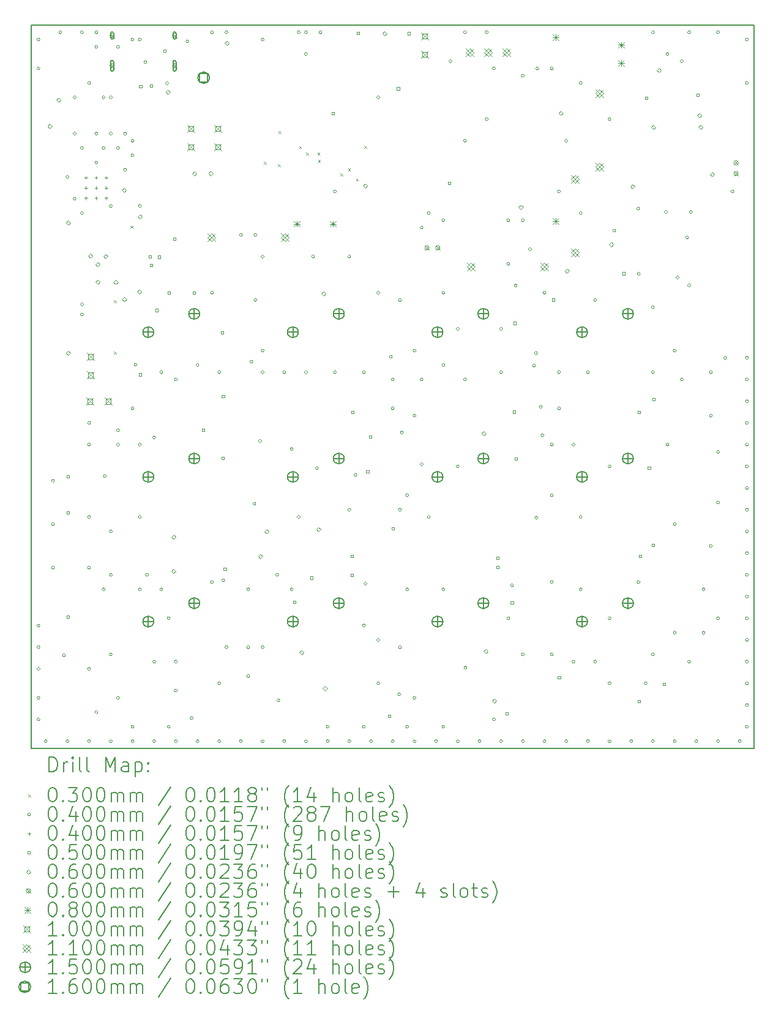
<source format=gbr>
%FSLAX45Y45*%
G04 Gerber Fmt 4.5, Leading zero omitted, Abs format (unit mm)*
G04 Created by KiCad (PCBNEW (6.0.0)) date 2022-04-22 22:09:42*
%MOMM*%
%LPD*%
G01*
G04 APERTURE LIST*
%TA.AperFunction,Profile*%
%ADD10C,0.200000*%
%TD*%
%ADD11C,0.200000*%
%ADD12C,0.030000*%
%ADD13C,0.040000*%
%ADD14C,0.050000*%
%ADD15C,0.060000*%
%ADD16C,0.080000*%
%ADD17C,0.100000*%
%ADD18C,0.110000*%
%ADD19C,0.150000*%
%ADD20C,0.160000*%
G04 APERTURE END LIST*
D10*
X4000000Y-3000000D02*
X14000000Y-3000000D01*
X14000000Y-3000000D02*
X14000000Y-13000000D01*
X14000000Y-13000000D02*
X4000000Y-13000000D01*
X4000000Y-13000000D02*
X4000000Y-3000000D01*
D11*
D12*
X5142000Y-6804800D02*
X5172000Y-6834800D01*
X5172000Y-6804800D02*
X5142000Y-6834800D01*
X5142000Y-7513700D02*
X5172000Y-7543700D01*
X5172000Y-7513700D02*
X5142000Y-7543700D01*
X5374300Y-5775300D02*
X5404300Y-5805300D01*
X5404300Y-5775300D02*
X5374300Y-5805300D01*
X7220500Y-4890100D02*
X7250500Y-4920100D01*
X7250500Y-4890100D02*
X7220500Y-4920100D01*
X7414800Y-4922281D02*
X7444800Y-4952281D01*
X7444800Y-4922281D02*
X7414800Y-4952281D01*
X7423700Y-4468200D02*
X7453700Y-4498200D01*
X7453700Y-4468200D02*
X7423700Y-4498200D01*
X7706700Y-4674100D02*
X7736700Y-4704100D01*
X7736700Y-4674100D02*
X7706700Y-4704100D01*
X7801651Y-4764351D02*
X7831651Y-4794351D01*
X7831651Y-4764351D02*
X7801651Y-4794351D01*
X7958900Y-4764200D02*
X7988900Y-4794200D01*
X7988900Y-4764200D02*
X7958900Y-4794200D01*
X7966200Y-4867300D02*
X7996200Y-4897300D01*
X7996200Y-4867300D02*
X7966200Y-4897300D01*
X8277400Y-5049281D02*
X8307400Y-5079281D01*
X8307400Y-5049281D02*
X8277400Y-5079281D01*
X8384200Y-4985781D02*
X8414200Y-5015781D01*
X8414200Y-4985781D02*
X8384200Y-5015781D01*
X8493000Y-5121700D02*
X8523000Y-5151700D01*
X8523000Y-5121700D02*
X8493000Y-5151700D01*
X8606300Y-4668281D02*
X8636300Y-4698281D01*
X8636300Y-4668281D02*
X8606300Y-4698281D01*
D13*
X4120000Y-3200000D02*
G75*
G03*
X4120000Y-3200000I-20000J0D01*
G01*
X4120000Y-3600000D02*
G75*
G03*
X4120000Y-3600000I-20000J0D01*
G01*
X4120000Y-11300000D02*
G75*
G03*
X4120000Y-11300000I-20000J0D01*
G01*
X4120000Y-11600000D02*
G75*
G03*
X4120000Y-11600000I-20000J0D01*
G01*
X4120000Y-11900000D02*
G75*
G03*
X4120000Y-11900000I-20000J0D01*
G01*
X4120000Y-12300000D02*
G75*
G03*
X4120000Y-12300000I-20000J0D01*
G01*
X4120000Y-12600000D02*
G75*
G03*
X4120000Y-12600000I-20000J0D01*
G01*
X4220000Y-12900000D02*
G75*
G03*
X4220000Y-12900000I-20000J0D01*
G01*
X4320000Y-9300000D02*
G75*
G03*
X4320000Y-9300000I-20000J0D01*
G01*
X4320000Y-9900000D02*
G75*
G03*
X4320000Y-9900000I-20000J0D01*
G01*
X4320000Y-10500000D02*
G75*
G03*
X4320000Y-10500000I-20000J0D01*
G01*
X4420000Y-3100000D02*
G75*
G03*
X4420000Y-3100000I-20000J0D01*
G01*
X4472000Y-11710200D02*
G75*
G03*
X4472000Y-11710200I-20000J0D01*
G01*
X4520000Y-5100000D02*
G75*
G03*
X4520000Y-5100000I-20000J0D01*
G01*
X4520000Y-12900000D02*
G75*
G03*
X4520000Y-12900000I-20000J0D01*
G01*
X4620000Y-4000000D02*
G75*
G03*
X4620000Y-4000000I-20000J0D01*
G01*
X4620000Y-4500000D02*
G75*
G03*
X4620000Y-4500000I-20000J0D01*
G01*
X4620000Y-5400000D02*
G75*
G03*
X4620000Y-5400000I-20000J0D01*
G01*
X4720000Y-3100000D02*
G75*
G03*
X4720000Y-3100000I-20000J0D01*
G01*
X4720000Y-4700000D02*
G75*
G03*
X4720000Y-4700000I-20000J0D01*
G01*
X4720000Y-5600000D02*
G75*
G03*
X4720000Y-5600000I-20000J0D01*
G01*
X4720000Y-7000000D02*
G75*
G03*
X4720000Y-7000000I-20000J0D01*
G01*
X4723300Y-6860700D02*
G75*
G03*
X4723300Y-6860700I-20000J0D01*
G01*
X4820000Y-3800000D02*
G75*
G03*
X4820000Y-3800000I-20000J0D01*
G01*
X4820000Y-8500000D02*
G75*
G03*
X4820000Y-8500000I-20000J0D01*
G01*
X4820000Y-8800000D02*
G75*
G03*
X4820000Y-8800000I-20000J0D01*
G01*
X4820000Y-9800000D02*
G75*
G03*
X4820000Y-9800000I-20000J0D01*
G01*
X4820000Y-10500000D02*
G75*
G03*
X4820000Y-10500000I-20000J0D01*
G01*
X4820000Y-11900000D02*
G75*
G03*
X4820000Y-11900000I-20000J0D01*
G01*
X4820000Y-12900000D02*
G75*
G03*
X4820000Y-12900000I-20000J0D01*
G01*
X4920000Y-3100000D02*
G75*
G03*
X4920000Y-3100000I-20000J0D01*
G01*
X4920000Y-3300000D02*
G75*
G03*
X4920000Y-3300000I-20000J0D01*
G01*
X4920000Y-4500000D02*
G75*
G03*
X4920000Y-4500000I-20000J0D01*
G01*
X4920000Y-4900000D02*
G75*
G03*
X4920000Y-4900000I-20000J0D01*
G01*
X4920000Y-12500000D02*
G75*
G03*
X4920000Y-12500000I-20000J0D01*
G01*
X5020000Y-4000000D02*
G75*
G03*
X5020000Y-4000000I-20000J0D01*
G01*
X5020000Y-4700000D02*
G75*
G03*
X5020000Y-4700000I-20000J0D01*
G01*
X5020000Y-10800000D02*
G75*
G03*
X5020000Y-10800000I-20000J0D01*
G01*
X5037900Y-9235600D02*
G75*
G03*
X5037900Y-9235600I-20000J0D01*
G01*
X5120000Y-4000000D02*
G75*
G03*
X5120000Y-4000000I-20000J0D01*
G01*
X5120000Y-4500000D02*
G75*
G03*
X5120000Y-4500000I-20000J0D01*
G01*
X5120000Y-5500000D02*
G75*
G03*
X5120000Y-5500000I-20000J0D01*
G01*
X5120000Y-10000000D02*
G75*
G03*
X5120000Y-10000000I-20000J0D01*
G01*
X5120000Y-10600000D02*
G75*
G03*
X5120000Y-10600000I-20000J0D01*
G01*
X5120000Y-11700000D02*
G75*
G03*
X5120000Y-11700000I-20000J0D01*
G01*
X5120000Y-12900000D02*
G75*
G03*
X5120000Y-12900000I-20000J0D01*
G01*
X5220000Y-3300000D02*
G75*
G03*
X5220000Y-3300000I-20000J0D01*
G01*
X5220000Y-4700000D02*
G75*
G03*
X5220000Y-4700000I-20000J0D01*
G01*
X5220000Y-8600000D02*
G75*
G03*
X5220000Y-8600000I-20000J0D01*
G01*
X5220000Y-8800000D02*
G75*
G03*
X5220000Y-8800000I-20000J0D01*
G01*
X5220000Y-12300000D02*
G75*
G03*
X5220000Y-12300000I-20000J0D01*
G01*
X5320000Y-4500000D02*
G75*
G03*
X5320000Y-4500000I-20000J0D01*
G01*
X5320000Y-5000000D02*
G75*
G03*
X5320000Y-5000000I-20000J0D01*
G01*
X5420000Y-3200000D02*
G75*
G03*
X5420000Y-3200000I-20000J0D01*
G01*
X5420000Y-4600000D02*
G75*
G03*
X5420000Y-4600000I-20000J0D01*
G01*
X5420000Y-4800000D02*
G75*
G03*
X5420000Y-4800000I-20000J0D01*
G01*
X5420000Y-8300000D02*
G75*
G03*
X5420000Y-8300000I-20000J0D01*
G01*
X5420000Y-12700000D02*
G75*
G03*
X5420000Y-12700000I-20000J0D01*
G01*
X5420000Y-12900000D02*
G75*
G03*
X5420000Y-12900000I-20000J0D01*
G01*
X5461200Y-7696700D02*
G75*
G03*
X5461200Y-7696700I-20000J0D01*
G01*
X5520000Y-3200000D02*
G75*
G03*
X5520000Y-3200000I-20000J0D01*
G01*
X5520000Y-5500000D02*
G75*
G03*
X5520000Y-5500000I-20000J0D01*
G01*
X5520000Y-8800000D02*
G75*
G03*
X5520000Y-8800000I-20000J0D01*
G01*
X5520000Y-9800000D02*
G75*
G03*
X5520000Y-9800000I-20000J0D01*
G01*
X5520000Y-10800000D02*
G75*
G03*
X5520000Y-10800000I-20000J0D01*
G01*
X5597900Y-3511699D02*
G75*
G03*
X5597900Y-3511699I-20000J0D01*
G01*
X5620000Y-10600000D02*
G75*
G03*
X5620000Y-10600000I-20000J0D01*
G01*
X5720000Y-8700000D02*
G75*
G03*
X5720000Y-8700000I-20000J0D01*
G01*
X5720000Y-11800000D02*
G75*
G03*
X5720000Y-11800000I-20000J0D01*
G01*
X5720000Y-12900000D02*
G75*
G03*
X5720000Y-12900000I-20000J0D01*
G01*
X5820000Y-7800000D02*
G75*
G03*
X5820000Y-7800000I-20000J0D01*
G01*
X5820000Y-10800000D02*
G75*
G03*
X5820000Y-10800000I-20000J0D01*
G01*
X5897300Y-3804700D02*
G75*
G03*
X5897300Y-3804700I-20000J0D01*
G01*
X5920000Y-11200000D02*
G75*
G03*
X5920000Y-11200000I-20000J0D01*
G01*
X5920000Y-12700000D02*
G75*
G03*
X5920000Y-12700000I-20000J0D01*
G01*
X6020000Y-7900000D02*
G75*
G03*
X6020000Y-7900000I-20000J0D01*
G01*
X6020000Y-11800000D02*
G75*
G03*
X6020000Y-11800000I-20000J0D01*
G01*
X6020000Y-12200000D02*
G75*
G03*
X6020000Y-12200000I-20000J0D01*
G01*
X6020000Y-12900000D02*
G75*
G03*
X6020000Y-12900000I-20000J0D01*
G01*
X6178200Y-3224700D02*
G75*
G03*
X6178200Y-3224700I-20000J0D01*
G01*
X6237900Y-12581800D02*
G75*
G03*
X6237900Y-12581800I-20000J0D01*
G01*
X6320000Y-7700000D02*
G75*
G03*
X6320000Y-7700000I-20000J0D01*
G01*
X6320000Y-12900000D02*
G75*
G03*
X6320000Y-12900000I-20000J0D01*
G01*
X6520000Y-3100000D02*
G75*
G03*
X6520000Y-3100000I-20000J0D01*
G01*
X6520000Y-6700000D02*
G75*
G03*
X6520000Y-6700000I-20000J0D01*
G01*
X6520000Y-10700000D02*
G75*
G03*
X6520000Y-10700000I-20000J0D01*
G01*
X6620000Y-7800000D02*
G75*
G03*
X6620000Y-7800000I-20000J0D01*
G01*
X6620000Y-12100000D02*
G75*
G03*
X6620000Y-12100000I-20000J0D01*
G01*
X6620000Y-12900000D02*
G75*
G03*
X6620000Y-12900000I-20000J0D01*
G01*
X6677100Y-10673900D02*
G75*
G03*
X6677100Y-10673900I-20000J0D01*
G01*
X6720000Y-3100000D02*
G75*
G03*
X6720000Y-3100000I-20000J0D01*
G01*
X6720000Y-11600000D02*
G75*
G03*
X6720000Y-11600000I-20000J0D01*
G01*
X6920000Y-5900000D02*
G75*
G03*
X6920000Y-5900000I-20000J0D01*
G01*
X6920000Y-12900000D02*
G75*
G03*
X6920000Y-12900000I-20000J0D01*
G01*
X7020000Y-10800000D02*
G75*
G03*
X7020000Y-10800000I-20000J0D01*
G01*
X7020000Y-11600000D02*
G75*
G03*
X7020000Y-11600000I-20000J0D01*
G01*
X7020000Y-12000000D02*
G75*
G03*
X7020000Y-12000000I-20000J0D01*
G01*
X7064500Y-7652700D02*
G75*
G03*
X7064500Y-7652700I-20000J0D01*
G01*
X7106100Y-9617800D02*
G75*
G03*
X7106100Y-9617800I-20000J0D01*
G01*
X7120000Y-5900000D02*
G75*
G03*
X7120000Y-5900000I-20000J0D01*
G01*
X7120000Y-6800000D02*
G75*
G03*
X7120000Y-6800000I-20000J0D01*
G01*
X7185500Y-8750800D02*
G75*
G03*
X7185500Y-8750800I-20000J0D01*
G01*
X7220000Y-3200000D02*
G75*
G03*
X7220000Y-3200000I-20000J0D01*
G01*
X7220000Y-6200000D02*
G75*
G03*
X7220000Y-6200000I-20000J0D01*
G01*
X7220000Y-7500000D02*
G75*
G03*
X7220000Y-7500000I-20000J0D01*
G01*
X7220000Y-7800000D02*
G75*
G03*
X7220000Y-7800000I-20000J0D01*
G01*
X7220000Y-11600000D02*
G75*
G03*
X7220000Y-11600000I-20000J0D01*
G01*
X7220000Y-12900000D02*
G75*
G03*
X7220000Y-12900000I-20000J0D01*
G01*
X7420000Y-10600000D02*
G75*
G03*
X7420000Y-10600000I-20000J0D01*
G01*
X7439000Y-12335700D02*
G75*
G03*
X7439000Y-12335700I-20000J0D01*
G01*
X7520000Y-7800000D02*
G75*
G03*
X7520000Y-7800000I-20000J0D01*
G01*
X7520000Y-12900000D02*
G75*
G03*
X7520000Y-12900000I-20000J0D01*
G01*
X7620000Y-10800000D02*
G75*
G03*
X7620000Y-10800000I-20000J0D01*
G01*
X7620600Y-8860800D02*
G75*
G03*
X7620600Y-8860800I-20000J0D01*
G01*
X7720000Y-3100000D02*
G75*
G03*
X7720000Y-3100000I-20000J0D01*
G01*
X7720000Y-9800000D02*
G75*
G03*
X7720000Y-9800000I-20000J0D01*
G01*
X7820000Y-3100000D02*
G75*
G03*
X7820000Y-3100000I-20000J0D01*
G01*
X7820000Y-3400000D02*
G75*
G03*
X7820000Y-3400000I-20000J0D01*
G01*
X7820000Y-7800000D02*
G75*
G03*
X7820000Y-7800000I-20000J0D01*
G01*
X7820000Y-12900000D02*
G75*
G03*
X7820000Y-12900000I-20000J0D01*
G01*
X7920000Y-6200000D02*
G75*
G03*
X7920000Y-6200000I-20000J0D01*
G01*
X7972600Y-9124800D02*
G75*
G03*
X7972600Y-9124800I-20000J0D01*
G01*
X8020000Y-3100000D02*
G75*
G03*
X8020000Y-3100000I-20000J0D01*
G01*
X8120000Y-12700000D02*
G75*
G03*
X8120000Y-12700000I-20000J0D01*
G01*
X8120000Y-12900000D02*
G75*
G03*
X8120000Y-12900000I-20000J0D01*
G01*
X8220000Y-5300000D02*
G75*
G03*
X8220000Y-5300000I-20000J0D01*
G01*
X8220000Y-7800000D02*
G75*
G03*
X8220000Y-7800000I-20000J0D01*
G01*
X8420000Y-6200000D02*
G75*
G03*
X8420000Y-6200000I-20000J0D01*
G01*
X8420000Y-9700000D02*
G75*
G03*
X8420000Y-9700000I-20000J0D01*
G01*
X8420000Y-12900000D02*
G75*
G03*
X8420000Y-12900000I-20000J0D01*
G01*
X8506000Y-9217500D02*
G75*
G03*
X8506000Y-9217500I-20000J0D01*
G01*
X8620000Y-7800000D02*
G75*
G03*
X8620000Y-7800000I-20000J0D01*
G01*
X8620000Y-11300000D02*
G75*
G03*
X8620000Y-11300000I-20000J0D01*
G01*
X8620000Y-12700000D02*
G75*
G03*
X8620000Y-12700000I-20000J0D01*
G01*
X8642300Y-10723000D02*
G75*
G03*
X8642300Y-10723000I-20000J0D01*
G01*
X8720000Y-12900000D02*
G75*
G03*
X8720000Y-12900000I-20000J0D01*
G01*
X8820000Y-4000000D02*
G75*
G03*
X8820000Y-4000000I-20000J0D01*
G01*
X8820000Y-6700000D02*
G75*
G03*
X8820000Y-6700000I-20000J0D01*
G01*
X8820000Y-11500000D02*
G75*
G03*
X8820000Y-11500000I-20000J0D01*
G01*
X8820000Y-12100000D02*
G75*
G03*
X8820000Y-12100000I-20000J0D01*
G01*
X8993900Y-7585400D02*
G75*
G03*
X8993900Y-7585400I-20000J0D01*
G01*
X9020000Y-7900000D02*
G75*
G03*
X9020000Y-7900000I-20000J0D01*
G01*
X9020000Y-8300000D02*
G75*
G03*
X9020000Y-8300000I-20000J0D01*
G01*
X9020000Y-12900000D02*
G75*
G03*
X9020000Y-12900000I-20000J0D01*
G01*
X9027300Y-9964000D02*
G75*
G03*
X9027300Y-9964000I-20000J0D01*
G01*
X9108200Y-12252900D02*
G75*
G03*
X9108200Y-12252900I-20000J0D01*
G01*
X9120000Y-6800000D02*
G75*
G03*
X9120000Y-6800000I-20000J0D01*
G01*
X9120000Y-9700000D02*
G75*
G03*
X9120000Y-9700000I-20000J0D01*
G01*
X9120000Y-11600000D02*
G75*
G03*
X9120000Y-11600000I-20000J0D01*
G01*
X9145000Y-8631700D02*
G75*
G03*
X9145000Y-8631700I-20000J0D01*
G01*
X9220000Y-9500000D02*
G75*
G03*
X9220000Y-9500000I-20000J0D01*
G01*
X9220000Y-10800000D02*
G75*
G03*
X9220000Y-10800000I-20000J0D01*
G01*
X9220000Y-12700000D02*
G75*
G03*
X9220000Y-12700000I-20000J0D01*
G01*
X9320000Y-7500000D02*
G75*
G03*
X9320000Y-7500000I-20000J0D01*
G01*
X9320000Y-8400000D02*
G75*
G03*
X9320000Y-8400000I-20000J0D01*
G01*
X9320000Y-12300000D02*
G75*
G03*
X9320000Y-12300000I-20000J0D01*
G01*
X9320000Y-12900000D02*
G75*
G03*
X9320000Y-12900000I-20000J0D01*
G01*
X9420000Y-5800000D02*
G75*
G03*
X9420000Y-5800000I-20000J0D01*
G01*
X9420000Y-7900000D02*
G75*
G03*
X9420000Y-7900000I-20000J0D01*
G01*
X9420300Y-9070800D02*
G75*
G03*
X9420300Y-9070800I-20000J0D01*
G01*
X9520000Y-5600000D02*
G75*
G03*
X9520000Y-5600000I-20000J0D01*
G01*
X9520000Y-9800000D02*
G75*
G03*
X9520000Y-9800000I-20000J0D01*
G01*
X9620000Y-12900000D02*
G75*
G03*
X9620000Y-12900000I-20000J0D01*
G01*
X9720000Y-5700000D02*
G75*
G03*
X9720000Y-5700000I-20000J0D01*
G01*
X9720000Y-6700000D02*
G75*
G03*
X9720000Y-6700000I-20000J0D01*
G01*
X9720000Y-7700000D02*
G75*
G03*
X9720000Y-7700000I-20000J0D01*
G01*
X9720000Y-10800000D02*
G75*
G03*
X9720000Y-10800000I-20000J0D01*
G01*
X9720000Y-12700000D02*
G75*
G03*
X9720000Y-12700000I-20000J0D01*
G01*
X9820000Y-3500000D02*
G75*
G03*
X9820000Y-3500000I-20000J0D01*
G01*
X9920000Y-7200000D02*
G75*
G03*
X9920000Y-7200000I-20000J0D01*
G01*
X9920000Y-9100000D02*
G75*
G03*
X9920000Y-9100000I-20000J0D01*
G01*
X9920000Y-12900000D02*
G75*
G03*
X9920000Y-12900000I-20000J0D01*
G01*
X10020000Y-3100000D02*
G75*
G03*
X10020000Y-3100000I-20000J0D01*
G01*
X10020000Y-4600000D02*
G75*
G03*
X10020000Y-4600000I-20000J0D01*
G01*
X10020000Y-7900000D02*
G75*
G03*
X10020000Y-7900000I-20000J0D01*
G01*
X10025900Y-11884300D02*
G75*
G03*
X10025900Y-11884300I-20000J0D01*
G01*
X10220000Y-12900000D02*
G75*
G03*
X10220000Y-12900000I-20000J0D01*
G01*
X10320000Y-3100000D02*
G75*
G03*
X10320000Y-3100000I-20000J0D01*
G01*
X10320000Y-4300000D02*
G75*
G03*
X10320000Y-4300000I-20000J0D01*
G01*
X10420000Y-3600000D02*
G75*
G03*
X10420000Y-3600000I-20000J0D01*
G01*
X10420000Y-12600000D02*
G75*
G03*
X10420000Y-12600000I-20000J0D01*
G01*
X10520000Y-7200000D02*
G75*
G03*
X10520000Y-7200000I-20000J0D01*
G01*
X10520000Y-7800000D02*
G75*
G03*
X10520000Y-7800000I-20000J0D01*
G01*
X10520000Y-12900000D02*
G75*
G03*
X10520000Y-12900000I-20000J0D01*
G01*
X10620000Y-5700000D02*
G75*
G03*
X10620000Y-5700000I-20000J0D01*
G01*
X10620000Y-6300000D02*
G75*
G03*
X10620000Y-6300000I-20000J0D01*
G01*
X10620000Y-11200000D02*
G75*
G03*
X10620000Y-11200000I-20000J0D01*
G01*
X10670500Y-10745000D02*
G75*
G03*
X10670500Y-10745000I-20000J0D01*
G01*
X10720000Y-6600000D02*
G75*
G03*
X10720000Y-6600000I-20000J0D01*
G01*
X10820000Y-3700000D02*
G75*
G03*
X10820000Y-3700000I-20000J0D01*
G01*
X10820000Y-5700000D02*
G75*
G03*
X10820000Y-5700000I-20000J0D01*
G01*
X10820000Y-11700000D02*
G75*
G03*
X10820000Y-11700000I-20000J0D01*
G01*
X10820000Y-12900000D02*
G75*
G03*
X10820000Y-12900000I-20000J0D01*
G01*
X10920000Y-6100000D02*
G75*
G03*
X10920000Y-6100000I-20000J0D01*
G01*
X10974100Y-7706400D02*
G75*
G03*
X10974100Y-7706400I-20000J0D01*
G01*
X11000700Y-7534400D02*
G75*
G03*
X11000700Y-7534400I-20000J0D01*
G01*
X11006000Y-9809900D02*
G75*
G03*
X11006000Y-9809900I-20000J0D01*
G01*
X11020000Y-3600000D02*
G75*
G03*
X11020000Y-3600000I-20000J0D01*
G01*
X11067600Y-8278500D02*
G75*
G03*
X11067600Y-8278500I-20000J0D01*
G01*
X11090500Y-8669000D02*
G75*
G03*
X11090500Y-8669000I-20000J0D01*
G01*
X11120000Y-6700000D02*
G75*
G03*
X11120000Y-6700000I-20000J0D01*
G01*
X11120000Y-12900000D02*
G75*
G03*
X11120000Y-12900000I-20000J0D01*
G01*
X11220000Y-3600000D02*
G75*
G03*
X11220000Y-3600000I-20000J0D01*
G01*
X11220000Y-8800000D02*
G75*
G03*
X11220000Y-8800000I-20000J0D01*
G01*
X11220000Y-9500000D02*
G75*
G03*
X11220000Y-9500000I-20000J0D01*
G01*
X11220000Y-10700000D02*
G75*
G03*
X11220000Y-10700000I-20000J0D01*
G01*
X11220000Y-11700000D02*
G75*
G03*
X11220000Y-11700000I-20000J0D01*
G01*
X11320000Y-5300000D02*
G75*
G03*
X11320000Y-5300000I-20000J0D01*
G01*
X11320000Y-7800000D02*
G75*
G03*
X11320000Y-7800000I-20000J0D01*
G01*
X11320000Y-8300000D02*
G75*
G03*
X11320000Y-8300000I-20000J0D01*
G01*
X11420000Y-4600000D02*
G75*
G03*
X11420000Y-4600000I-20000J0D01*
G01*
X11420000Y-12900000D02*
G75*
G03*
X11420000Y-12900000I-20000J0D01*
G01*
X11520000Y-8800000D02*
G75*
G03*
X11520000Y-8800000I-20000J0D01*
G01*
X11520000Y-11800000D02*
G75*
G03*
X11520000Y-11800000I-20000J0D01*
G01*
X11620000Y-3800000D02*
G75*
G03*
X11620000Y-3800000I-20000J0D01*
G01*
X11620000Y-5600000D02*
G75*
G03*
X11620000Y-5600000I-20000J0D01*
G01*
X11620000Y-9800000D02*
G75*
G03*
X11620000Y-9800000I-20000J0D01*
G01*
X11620000Y-10800000D02*
G75*
G03*
X11620000Y-10800000I-20000J0D01*
G01*
X11720000Y-7800000D02*
G75*
G03*
X11720000Y-7800000I-20000J0D01*
G01*
X11720000Y-12900000D02*
G75*
G03*
X11720000Y-12900000I-20000J0D01*
G01*
X11820000Y-6800000D02*
G75*
G03*
X11820000Y-6800000I-20000J0D01*
G01*
X11820000Y-11800000D02*
G75*
G03*
X11820000Y-11800000I-20000J0D01*
G01*
X12020000Y-4300000D02*
G75*
G03*
X12020000Y-4300000I-20000J0D01*
G01*
X12020000Y-9100000D02*
G75*
G03*
X12020000Y-9100000I-20000J0D01*
G01*
X12020000Y-11200000D02*
G75*
G03*
X12020000Y-11200000I-20000J0D01*
G01*
X12020000Y-12100000D02*
G75*
G03*
X12020000Y-12100000I-20000J0D01*
G01*
X12020000Y-12900000D02*
G75*
G03*
X12020000Y-12900000I-20000J0D01*
G01*
X12084700Y-5839800D02*
G75*
G03*
X12084700Y-5839800I-20000J0D01*
G01*
X12320000Y-12900000D02*
G75*
G03*
X12320000Y-12900000I-20000J0D01*
G01*
X12414900Y-5537300D02*
G75*
G03*
X12414900Y-5537300I-20000J0D01*
G01*
X12420000Y-10700000D02*
G75*
G03*
X12420000Y-10700000I-20000J0D01*
G01*
X12423400Y-6437900D02*
G75*
G03*
X12423400Y-6437900I-20000J0D01*
G01*
X12520000Y-12100000D02*
G75*
G03*
X12520000Y-12100000I-20000J0D01*
G01*
X12620000Y-3100000D02*
G75*
G03*
X12620000Y-3100000I-20000J0D01*
G01*
X12620000Y-6900000D02*
G75*
G03*
X12620000Y-6900000I-20000J0D01*
G01*
X12620000Y-7800000D02*
G75*
G03*
X12620000Y-7800000I-20000J0D01*
G01*
X12620000Y-11700000D02*
G75*
G03*
X12620000Y-11700000I-20000J0D01*
G01*
X12620000Y-12900000D02*
G75*
G03*
X12620000Y-12900000I-20000J0D01*
G01*
X12799200Y-5582100D02*
G75*
G03*
X12799200Y-5582100I-20000J0D01*
G01*
X12820000Y-3400000D02*
G75*
G03*
X12820000Y-3400000I-20000J0D01*
G01*
X12820000Y-8800000D02*
G75*
G03*
X12820000Y-8800000I-20000J0D01*
G01*
X12920000Y-7500000D02*
G75*
G03*
X12920000Y-7500000I-20000J0D01*
G01*
X12920000Y-9900000D02*
G75*
G03*
X12920000Y-9900000I-20000J0D01*
G01*
X12920000Y-11400000D02*
G75*
G03*
X12920000Y-11400000I-20000J0D01*
G01*
X12920000Y-12900000D02*
G75*
G03*
X12920000Y-12900000I-20000J0D01*
G01*
X12958800Y-6489300D02*
G75*
G03*
X12958800Y-6489300I-20000J0D01*
G01*
X13020000Y-3500000D02*
G75*
G03*
X13020000Y-3500000I-20000J0D01*
G01*
X13020000Y-7900000D02*
G75*
G03*
X13020000Y-7900000I-20000J0D01*
G01*
X13092400Y-5936500D02*
G75*
G03*
X13092400Y-5936500I-20000J0D01*
G01*
X13120000Y-3100000D02*
G75*
G03*
X13120000Y-3100000I-20000J0D01*
G01*
X13120000Y-6600000D02*
G75*
G03*
X13120000Y-6600000I-20000J0D01*
G01*
X13120000Y-11800000D02*
G75*
G03*
X13120000Y-11800000I-20000J0D01*
G01*
X13144500Y-5584300D02*
G75*
G03*
X13144500Y-5584300I-20000J0D01*
G01*
X13220000Y-12900000D02*
G75*
G03*
X13220000Y-12900000I-20000J0D01*
G01*
X13320000Y-10800000D02*
G75*
G03*
X13320000Y-10800000I-20000J0D01*
G01*
X13320000Y-11400000D02*
G75*
G03*
X13320000Y-11400000I-20000J0D01*
G01*
X13420000Y-7800000D02*
G75*
G03*
X13420000Y-7800000I-20000J0D01*
G01*
X13420000Y-8400000D02*
G75*
G03*
X13420000Y-8400000I-20000J0D01*
G01*
X13420000Y-10200000D02*
G75*
G03*
X13420000Y-10200000I-20000J0D01*
G01*
X13520000Y-3100000D02*
G75*
G03*
X13520000Y-3100000I-20000J0D01*
G01*
X13520000Y-8900000D02*
G75*
G03*
X13520000Y-8900000I-20000J0D01*
G01*
X13520000Y-9600000D02*
G75*
G03*
X13520000Y-9600000I-20000J0D01*
G01*
X13520000Y-11200000D02*
G75*
G03*
X13520000Y-11200000I-20000J0D01*
G01*
X13520000Y-12900000D02*
G75*
G03*
X13520000Y-12900000I-20000J0D01*
G01*
X13620000Y-7600000D02*
G75*
G03*
X13620000Y-7600000I-20000J0D01*
G01*
X13720000Y-5300000D02*
G75*
G03*
X13720000Y-5300000I-20000J0D01*
G01*
X13820000Y-12900000D02*
G75*
G03*
X13820000Y-12900000I-20000J0D01*
G01*
X13920000Y-3200000D02*
G75*
G03*
X13920000Y-3200000I-20000J0D01*
G01*
X13920000Y-3800000D02*
G75*
G03*
X13920000Y-3800000I-20000J0D01*
G01*
X13920000Y-7600000D02*
G75*
G03*
X13920000Y-7600000I-20000J0D01*
G01*
X13920000Y-7900000D02*
G75*
G03*
X13920000Y-7900000I-20000J0D01*
G01*
X13920000Y-8200000D02*
G75*
G03*
X13920000Y-8200000I-20000J0D01*
G01*
X13920000Y-8500000D02*
G75*
G03*
X13920000Y-8500000I-20000J0D01*
G01*
X13920000Y-8800000D02*
G75*
G03*
X13920000Y-8800000I-20000J0D01*
G01*
X13920000Y-9100000D02*
G75*
G03*
X13920000Y-9100000I-20000J0D01*
G01*
X13920000Y-9400000D02*
G75*
G03*
X13920000Y-9400000I-20000J0D01*
G01*
X13920000Y-9700000D02*
G75*
G03*
X13920000Y-9700000I-20000J0D01*
G01*
X13920000Y-10000000D02*
G75*
G03*
X13920000Y-10000000I-20000J0D01*
G01*
X13920000Y-10300000D02*
G75*
G03*
X13920000Y-10300000I-20000J0D01*
G01*
X13920000Y-10600000D02*
G75*
G03*
X13920000Y-10600000I-20000J0D01*
G01*
X13920000Y-10900000D02*
G75*
G03*
X13920000Y-10900000I-20000J0D01*
G01*
X13920000Y-11200000D02*
G75*
G03*
X13920000Y-11200000I-20000J0D01*
G01*
X13920000Y-11500000D02*
G75*
G03*
X13920000Y-11500000I-20000J0D01*
G01*
X13920000Y-11800000D02*
G75*
G03*
X13920000Y-11800000I-20000J0D01*
G01*
X13920000Y-12100000D02*
G75*
G03*
X13920000Y-12100000I-20000J0D01*
G01*
X13920000Y-12400000D02*
G75*
G03*
X13920000Y-12400000I-20000J0D01*
G01*
X13920000Y-12700000D02*
G75*
G03*
X13920000Y-12700000I-20000J0D01*
G01*
X4756000Y-5090000D02*
X4756000Y-5130000D01*
X4736000Y-5110000D02*
X4776000Y-5110000D01*
X4756000Y-5230000D02*
X4756000Y-5270000D01*
X4736000Y-5250000D02*
X4776000Y-5250000D01*
X4756000Y-5370000D02*
X4756000Y-5410000D01*
X4736000Y-5390000D02*
X4776000Y-5390000D01*
X4896000Y-5090000D02*
X4896000Y-5130000D01*
X4876000Y-5110000D02*
X4916000Y-5110000D01*
X4896000Y-5230000D02*
X4896000Y-5270000D01*
X4876000Y-5250000D02*
X4916000Y-5250000D01*
X4896000Y-5370000D02*
X4896000Y-5410000D01*
X4876000Y-5390000D02*
X4916000Y-5390000D01*
X5036000Y-5090000D02*
X5036000Y-5130000D01*
X5016000Y-5110000D02*
X5056000Y-5110000D01*
X5036000Y-5230000D02*
X5036000Y-5270000D01*
X5016000Y-5250000D02*
X5056000Y-5250000D01*
X5036000Y-5370000D02*
X5036000Y-5410000D01*
X5016000Y-5390000D02*
X5056000Y-5390000D01*
D14*
X4526078Y-9260778D02*
X4526078Y-9225422D01*
X4490722Y-9225422D01*
X4490722Y-9260778D01*
X4526078Y-9260778D01*
X4526078Y-11198378D02*
X4526078Y-11163022D01*
X4490722Y-11163022D01*
X4490722Y-11198378D01*
X4526078Y-11198378D01*
X4526978Y-9758478D02*
X4526978Y-9723122D01*
X4491622Y-9723122D01*
X4491622Y-9758478D01*
X4526978Y-9758478D01*
X5526278Y-7849078D02*
X5526278Y-7813722D01*
X5490922Y-7813722D01*
X5490922Y-7849078D01*
X5526278Y-7849078D01*
X5527649Y-3862977D02*
X5527649Y-3827622D01*
X5492293Y-3827622D01*
X5492293Y-3862977D01*
X5527649Y-3862977D01*
X5660178Y-6216078D02*
X5660178Y-6180722D01*
X5624822Y-6180722D01*
X5624822Y-6216078D01*
X5660178Y-6216078D01*
X5676878Y-3854778D02*
X5676878Y-3819422D01*
X5641522Y-3819422D01*
X5641522Y-3854778D01*
X5676878Y-3854778D01*
X5677178Y-6336029D02*
X5677178Y-6300673D01*
X5641822Y-6300673D01*
X5641822Y-6336029D01*
X5677178Y-6336029D01*
X5752878Y-6960278D02*
X5752878Y-6924922D01*
X5717522Y-6924922D01*
X5717522Y-6960278D01*
X5752878Y-6960278D01*
X5789378Y-6223278D02*
X5789378Y-6187922D01*
X5754022Y-6187922D01*
X5754022Y-6223278D01*
X5789378Y-6223278D01*
X5863278Y-3377178D02*
X5863278Y-3341822D01*
X5827922Y-3341822D01*
X5827922Y-3377178D01*
X5863278Y-3377178D01*
X5924778Y-6719278D02*
X5924778Y-6683922D01*
X5889422Y-6683922D01*
X5889422Y-6719278D01*
X5924778Y-6719278D01*
X5999278Y-5973678D02*
X5999278Y-5938322D01*
X5963922Y-5938322D01*
X5963922Y-5973678D01*
X5999278Y-5973678D01*
X6268578Y-6719278D02*
X6268578Y-6683922D01*
X6233222Y-6683922D01*
X6233222Y-6719278D01*
X6268578Y-6719278D01*
X6394778Y-8616778D02*
X6394778Y-8581422D01*
X6359422Y-8581422D01*
X6359422Y-8616778D01*
X6394778Y-8616778D01*
X6659978Y-7267978D02*
X6659978Y-7232622D01*
X6624622Y-7232622D01*
X6624622Y-7267978D01*
X6659978Y-7267978D01*
X6669778Y-9005578D02*
X6669778Y-8970222D01*
X6634422Y-8970222D01*
X6634422Y-9005578D01*
X6669778Y-9005578D01*
X6670978Y-8149878D02*
X6670978Y-8114522D01*
X6635622Y-8114522D01*
X6635622Y-8149878D01*
X6670978Y-8149878D01*
X6695778Y-10533678D02*
X6695778Y-10498322D01*
X6660422Y-10498322D01*
X6660422Y-10533678D01*
X6695778Y-10533678D01*
X7657778Y-10994978D02*
X7657778Y-10959622D01*
X7622422Y-10959622D01*
X7622422Y-10994978D01*
X7657778Y-10994978D01*
X7895278Y-10660078D02*
X7895278Y-10624722D01*
X7859922Y-10624722D01*
X7859922Y-10660078D01*
X7895278Y-10660078D01*
X8192142Y-4235779D02*
X8192142Y-4200423D01*
X8156787Y-4200423D01*
X8156787Y-4235779D01*
X8192142Y-4235779D01*
X8454129Y-10624529D02*
X8454129Y-10589173D01*
X8418773Y-10589173D01*
X8418773Y-10624529D01*
X8454129Y-10624529D01*
X8456678Y-10358578D02*
X8456678Y-10323222D01*
X8421322Y-10323222D01*
X8421322Y-10358578D01*
X8456678Y-10358578D01*
X8459078Y-8372378D02*
X8459078Y-8337022D01*
X8423722Y-8337022D01*
X8423722Y-8372378D01*
X8459078Y-8372378D01*
X8534878Y-3130878D02*
X8534878Y-3095522D01*
X8499522Y-3095522D01*
X8499522Y-3130878D01*
X8534878Y-3130878D01*
X8668778Y-9188678D02*
X8668778Y-9153322D01*
X8633422Y-9153322D01*
X8633422Y-9188678D01*
X8668778Y-9188678D01*
X8709178Y-8704778D02*
X8709178Y-8669422D01*
X8673822Y-8669422D01*
X8673822Y-8704778D01*
X8709178Y-8704778D01*
X8969828Y-12566078D02*
X8969828Y-12530722D01*
X8934472Y-12530722D01*
X8934472Y-12566078D01*
X8969828Y-12566078D01*
X9092478Y-3894178D02*
X9092478Y-3858822D01*
X9057122Y-3858822D01*
X9057122Y-3894178D01*
X9092478Y-3894178D01*
X9238578Y-3132278D02*
X9238578Y-3096922D01*
X9203222Y-3096922D01*
X9203222Y-3132278D01*
X9238578Y-3132278D01*
X9796078Y-5202378D02*
X9796078Y-5167022D01*
X9760722Y-5167022D01*
X9760722Y-5202378D01*
X9796078Y-5202378D01*
X10465378Y-10381778D02*
X10465378Y-10346422D01*
X10430022Y-10346422D01*
X10430022Y-10381778D01*
X10465378Y-10381778D01*
X10469526Y-10510130D02*
X10469526Y-10474774D01*
X10434170Y-10474774D01*
X10434170Y-10510130D01*
X10469526Y-10510130D01*
X10595778Y-12531678D02*
X10595778Y-12496322D01*
X10560422Y-12496322D01*
X10560422Y-12531678D01*
X10595778Y-12531678D01*
X10667278Y-11005078D02*
X10667278Y-10969722D01*
X10631922Y-10969722D01*
X10631922Y-11005078D01*
X10667278Y-11005078D01*
X10697078Y-8365678D02*
X10697078Y-8330322D01*
X10661722Y-8330322D01*
X10661722Y-8365678D01*
X10697078Y-8365678D01*
X10706178Y-7138078D02*
X10706178Y-7102722D01*
X10670822Y-7102722D01*
X10670822Y-7138078D01*
X10706178Y-7138078D01*
X10722728Y-9011678D02*
X10722728Y-8976322D01*
X10687372Y-8976322D01*
X10687372Y-9011678D01*
X10722728Y-9011678D01*
X11242178Y-6814978D02*
X11242178Y-6779622D01*
X11206822Y-6779622D01*
X11206822Y-6814978D01*
X11242178Y-6814978D01*
X11318678Y-12035278D02*
X11318678Y-11999922D01*
X11283322Y-11999922D01*
X11283322Y-12035278D01*
X11318678Y-12035278D01*
X12215778Y-6451978D02*
X12215778Y-6416622D01*
X12180422Y-6416622D01*
X12180422Y-6451978D01*
X12215778Y-6451978D01*
X12425578Y-8369078D02*
X12425578Y-8333722D01*
X12390222Y-8333722D01*
X12390222Y-8369078D01*
X12425578Y-8369078D01*
X12427478Y-12363878D02*
X12427478Y-12328522D01*
X12392122Y-12328522D01*
X12392122Y-12363878D01*
X12427478Y-12363878D01*
X12438578Y-10358578D02*
X12438578Y-10323222D01*
X12403222Y-10323222D01*
X12403222Y-10358578D01*
X12438578Y-10358578D01*
X12527478Y-4029163D02*
X12527478Y-3993807D01*
X12492122Y-3993807D01*
X12492122Y-4029163D01*
X12527478Y-4029163D01*
X12563928Y-9140128D02*
X12563928Y-9104772D01*
X12528572Y-9104772D01*
X12528572Y-9140128D01*
X12563928Y-9140128D01*
X12618978Y-10206278D02*
X12618978Y-10170922D01*
X12583622Y-10170922D01*
X12583622Y-10206278D01*
X12618978Y-10206278D01*
X12624378Y-8193078D02*
X12624378Y-8157722D01*
X12589022Y-8157722D01*
X12589022Y-8193078D01*
X12624378Y-8193078D01*
X12771428Y-12126128D02*
X12771428Y-12090772D01*
X12736072Y-12090772D01*
X12736072Y-12126128D01*
X12771428Y-12126128D01*
X13236278Y-3984478D02*
X13236278Y-3949122D01*
X13200922Y-3949122D01*
X13200922Y-3984478D01*
X13236278Y-3984478D01*
D15*
X4256300Y-4427800D02*
X4286300Y-4397800D01*
X4256300Y-4367800D01*
X4226300Y-4397800D01*
X4256300Y-4427800D01*
X4378700Y-4066300D02*
X4408700Y-4036300D01*
X4378700Y-4006300D01*
X4348700Y-4036300D01*
X4378700Y-4066300D01*
X4509200Y-5762400D02*
X4539200Y-5732400D01*
X4509200Y-5702400D01*
X4479200Y-5732400D01*
X4509200Y-5762400D01*
X4509800Y-7562700D02*
X4539800Y-7532700D01*
X4509800Y-7502700D01*
X4479800Y-7532700D01*
X4509800Y-7562700D01*
X4816802Y-6219251D02*
X4846802Y-6189251D01*
X4816802Y-6159251D01*
X4786802Y-6189251D01*
X4816802Y-6219251D01*
X4920500Y-6337300D02*
X4950500Y-6307300D01*
X4920500Y-6277300D01*
X4890500Y-6307300D01*
X4920500Y-6337300D01*
X4920500Y-6579900D02*
X4950500Y-6549900D01*
X4920500Y-6519900D01*
X4890500Y-6549900D01*
X4920500Y-6579900D01*
X5027100Y-6223800D02*
X5057100Y-6193800D01*
X5027100Y-6163800D01*
X4997100Y-6193800D01*
X5027100Y-6223800D01*
X5167550Y-6582800D02*
X5197550Y-6552800D01*
X5167550Y-6522800D01*
X5137550Y-6552800D01*
X5167550Y-6582800D01*
X5285000Y-5309900D02*
X5315000Y-5279900D01*
X5285000Y-5249900D01*
X5255000Y-5279900D01*
X5285000Y-5309900D01*
X5286100Y-6820400D02*
X5316100Y-6790400D01*
X5286100Y-6760400D01*
X5256100Y-6790400D01*
X5286100Y-6820400D01*
X5496800Y-6715700D02*
X5526800Y-6685700D01*
X5496800Y-6655700D01*
X5466800Y-6685700D01*
X5496800Y-6715700D01*
X5503400Y-5679800D02*
X5533400Y-5649800D01*
X5503400Y-5619800D01*
X5473400Y-5649800D01*
X5503400Y-5679800D01*
X5890000Y-3957500D02*
X5920000Y-3927500D01*
X5890000Y-3897500D01*
X5860000Y-3927500D01*
X5890000Y-3957500D01*
X5964100Y-10580200D02*
X5994100Y-10550200D01*
X5964100Y-10520200D01*
X5934100Y-10550200D01*
X5964100Y-10580200D01*
X5969000Y-10108400D02*
X5999000Y-10078400D01*
X5969000Y-10048400D01*
X5939000Y-10078400D01*
X5969000Y-10108400D01*
X6258700Y-5083300D02*
X6288700Y-5053300D01*
X6258700Y-5023300D01*
X6228700Y-5053300D01*
X6258700Y-5083300D01*
X6482700Y-5079800D02*
X6512700Y-5049800D01*
X6482700Y-5019800D01*
X6452700Y-5049800D01*
X6482700Y-5079800D01*
X6705600Y-3280000D02*
X6735600Y-3250000D01*
X6705600Y-3220000D01*
X6675600Y-3250000D01*
X6705600Y-3280000D01*
X7169400Y-10375000D02*
X7199400Y-10345000D01*
X7169400Y-10315000D01*
X7139400Y-10345000D01*
X7169400Y-10375000D01*
X7257400Y-10029400D02*
X7287400Y-9999400D01*
X7257400Y-9969400D01*
X7227400Y-9999400D01*
X7257400Y-10029400D01*
X7737548Y-11704648D02*
X7767548Y-11674648D01*
X7737548Y-11644648D01*
X7707548Y-11674648D01*
X7737548Y-11704648D01*
X7972900Y-10001000D02*
X8002900Y-9971000D01*
X7972900Y-9941000D01*
X7942900Y-9971000D01*
X7972900Y-10001000D01*
X8043700Y-6741200D02*
X8073700Y-6711200D01*
X8043700Y-6681200D01*
X8013700Y-6711200D01*
X8043700Y-6741200D01*
X8063400Y-12199999D02*
X8093400Y-12169999D01*
X8063400Y-12139999D01*
X8033400Y-12169999D01*
X8063400Y-12199999D01*
X8621300Y-5251300D02*
X8651300Y-5221300D01*
X8621300Y-5191300D01*
X8591300Y-5221300D01*
X8621300Y-5251300D01*
X8885900Y-3146300D02*
X8915900Y-3116300D01*
X8885900Y-3086300D01*
X8855900Y-3116300D01*
X8885900Y-3146300D01*
X10259500Y-8673900D02*
X10289500Y-8643900D01*
X10259500Y-8613900D01*
X10229500Y-8643900D01*
X10259500Y-8673900D01*
X10289200Y-11685000D02*
X10319200Y-11655000D01*
X10289200Y-11625000D01*
X10259200Y-11655000D01*
X10289200Y-11685000D01*
X10404700Y-12370600D02*
X10434700Y-12340600D01*
X10404700Y-12310600D01*
X10374700Y-12340600D01*
X10404700Y-12370600D01*
X10772200Y-5549100D02*
X10802200Y-5519100D01*
X10772200Y-5489100D01*
X10742200Y-5519100D01*
X10772200Y-5549100D01*
X11326200Y-4248200D02*
X11356200Y-4218200D01*
X11326200Y-4188200D01*
X11296200Y-4218200D01*
X11326200Y-4248200D01*
X11407800Y-6426500D02*
X11437800Y-6396500D01*
X11407800Y-6366500D01*
X11377800Y-6396500D01*
X11407800Y-6426500D01*
X12022700Y-6061900D02*
X12052700Y-6031900D01*
X12022700Y-6001900D01*
X11992700Y-6031900D01*
X12022700Y-6061900D01*
X12315500Y-5258800D02*
X12345500Y-5228800D01*
X12315500Y-5198800D01*
X12285500Y-5228800D01*
X12315500Y-5258800D01*
X12604000Y-4440485D02*
X12634000Y-4410485D01*
X12604000Y-4380485D01*
X12574000Y-4410485D01*
X12604000Y-4440485D01*
X12683400Y-3654800D02*
X12713400Y-3624800D01*
X12683400Y-3594800D01*
X12653400Y-3624800D01*
X12683400Y-3654800D01*
X13242800Y-4277300D02*
X13272800Y-4247300D01*
X13242800Y-4217300D01*
X13212800Y-4247300D01*
X13242800Y-4277300D01*
X13261200Y-4439200D02*
X13291200Y-4409200D01*
X13261200Y-4379200D01*
X13231200Y-4409200D01*
X13261200Y-4439200D01*
X13421800Y-5092600D02*
X13451800Y-5062600D01*
X13421800Y-5032600D01*
X13391800Y-5062600D01*
X13421800Y-5092600D01*
X5088000Y-3115000D02*
X5148000Y-3175000D01*
X5148000Y-3115000D02*
X5088000Y-3175000D01*
X5148000Y-3145000D02*
G75*
G03*
X5148000Y-3145000I-30000J0D01*
G01*
D11*
X5138000Y-3175000D02*
X5138000Y-3115000D01*
X5098000Y-3175000D02*
X5098000Y-3115000D01*
X5138000Y-3115000D02*
G75*
G03*
X5098000Y-3115000I-20000J0D01*
G01*
X5098000Y-3175000D02*
G75*
G03*
X5138000Y-3175000I20000J0D01*
G01*
D15*
X5088000Y-3533000D02*
X5148000Y-3593000D01*
X5148000Y-3533000D02*
X5088000Y-3593000D01*
X5148000Y-3563000D02*
G75*
G03*
X5148000Y-3563000I-30000J0D01*
G01*
D11*
X5138000Y-3618000D02*
X5138000Y-3508000D01*
X5098000Y-3618000D02*
X5098000Y-3508000D01*
X5138000Y-3508000D02*
G75*
G03*
X5098000Y-3508000I-20000J0D01*
G01*
X5098000Y-3618000D02*
G75*
G03*
X5138000Y-3618000I20000J0D01*
G01*
D15*
X5952000Y-3115000D02*
X6012000Y-3175000D01*
X6012000Y-3115000D02*
X5952000Y-3175000D01*
X6012000Y-3145000D02*
G75*
G03*
X6012000Y-3145000I-30000J0D01*
G01*
D11*
X6002000Y-3175000D02*
X6002000Y-3115000D01*
X5962000Y-3175000D02*
X5962000Y-3115000D01*
X6002000Y-3115000D02*
G75*
G03*
X5962000Y-3115000I-20000J0D01*
G01*
X5962000Y-3175000D02*
G75*
G03*
X6002000Y-3175000I20000J0D01*
G01*
D15*
X5952000Y-3533000D02*
X6012000Y-3593000D01*
X6012000Y-3533000D02*
X5952000Y-3593000D01*
X6012000Y-3563000D02*
G75*
G03*
X6012000Y-3563000I-30000J0D01*
G01*
D11*
X6002000Y-3618000D02*
X6002000Y-3508000D01*
X5962000Y-3618000D02*
X5962000Y-3508000D01*
X6002000Y-3508000D02*
G75*
G03*
X5962000Y-3508000I-20000J0D01*
G01*
X5962000Y-3618000D02*
G75*
G03*
X6002000Y-3618000I20000J0D01*
G01*
D15*
X9444500Y-6050100D02*
X9504500Y-6110100D01*
X9504500Y-6050100D02*
X9444500Y-6110100D01*
X9504500Y-6080100D02*
G75*
G03*
X9504500Y-6080100I-30000J0D01*
G01*
X9594500Y-6050100D02*
X9654500Y-6110100D01*
X9654500Y-6050100D02*
X9594500Y-6110100D01*
X9654500Y-6080100D02*
G75*
G03*
X9654500Y-6080100I-30000J0D01*
G01*
X13721000Y-4873540D02*
X13781000Y-4933540D01*
X13781000Y-4873540D02*
X13721000Y-4933540D01*
X13781000Y-4903540D02*
G75*
G03*
X13781000Y-4903540I-30000J0D01*
G01*
X13721000Y-5023540D02*
X13781000Y-5083540D01*
X13781000Y-5023540D02*
X13721000Y-5083540D01*
X13781000Y-5053540D02*
G75*
G03*
X13781000Y-5053540I-30000J0D01*
G01*
D16*
X7633500Y-5708500D02*
X7713500Y-5788500D01*
X7713500Y-5708500D02*
X7633500Y-5788500D01*
X7673500Y-5708500D02*
X7673500Y-5788500D01*
X7633500Y-5748500D02*
X7713500Y-5748500D01*
X8133500Y-5708500D02*
X8213500Y-5788500D01*
X8213500Y-5708500D02*
X8133500Y-5788500D01*
X8173500Y-5708500D02*
X8173500Y-5788500D01*
X8133500Y-5748500D02*
X8213500Y-5748500D01*
X11216000Y-3130500D02*
X11296000Y-3210500D01*
X11296000Y-3130500D02*
X11216000Y-3210500D01*
X11256000Y-3130500D02*
X11256000Y-3210500D01*
X11216000Y-3170500D02*
X11296000Y-3170500D01*
X11216000Y-5670500D02*
X11296000Y-5750500D01*
X11296000Y-5670500D02*
X11216000Y-5750500D01*
X11256000Y-5670500D02*
X11256000Y-5750500D01*
X11216000Y-5710500D02*
X11296000Y-5710500D01*
X12120500Y-3234500D02*
X12200500Y-3314500D01*
X12200500Y-3234500D02*
X12120500Y-3314500D01*
X12160500Y-3234500D02*
X12160500Y-3314500D01*
X12120500Y-3274500D02*
X12200500Y-3274500D01*
X12120500Y-3484500D02*
X12200500Y-3564500D01*
X12200500Y-3484500D02*
X12120500Y-3564500D01*
X12160500Y-3484500D02*
X12160500Y-3564500D01*
X12120500Y-3524500D02*
X12200500Y-3524500D01*
D17*
X4763900Y-8152400D02*
X4863900Y-8252400D01*
X4863900Y-8152400D02*
X4763900Y-8252400D01*
X4849256Y-8237756D02*
X4849256Y-8167044D01*
X4778544Y-8167044D01*
X4778544Y-8237756D01*
X4849256Y-8237756D01*
X4768500Y-7534400D02*
X4868500Y-7634400D01*
X4868500Y-7534400D02*
X4768500Y-7634400D01*
X4853856Y-7619756D02*
X4853856Y-7549044D01*
X4783144Y-7549044D01*
X4783144Y-7619756D01*
X4853856Y-7619756D01*
X4768500Y-7788400D02*
X4868500Y-7888400D01*
X4868500Y-7788400D02*
X4768500Y-7888400D01*
X4853856Y-7873756D02*
X4853856Y-7803044D01*
X4783144Y-7803044D01*
X4783144Y-7873756D01*
X4853856Y-7873756D01*
X5017900Y-8152400D02*
X5117900Y-8252400D01*
X5117900Y-8152400D02*
X5017900Y-8252400D01*
X5103256Y-8237756D02*
X5103256Y-8167044D01*
X5032544Y-8167044D01*
X5032544Y-8237756D01*
X5103256Y-8237756D01*
X6161000Y-4378800D02*
X6261000Y-4478800D01*
X6261000Y-4378800D02*
X6161000Y-4478800D01*
X6246356Y-4464156D02*
X6246356Y-4393444D01*
X6175644Y-4393444D01*
X6175644Y-4464156D01*
X6246356Y-4464156D01*
X6161000Y-4632800D02*
X6261000Y-4732800D01*
X6261000Y-4632800D02*
X6161000Y-4732800D01*
X6246356Y-4718156D02*
X6246356Y-4647444D01*
X6175644Y-4647444D01*
X6175644Y-4718156D01*
X6246356Y-4718156D01*
X6529600Y-4381900D02*
X6629600Y-4481900D01*
X6629600Y-4381900D02*
X6529600Y-4481900D01*
X6614956Y-4467256D02*
X6614956Y-4396544D01*
X6544244Y-4396544D01*
X6544244Y-4467256D01*
X6614956Y-4467256D01*
X6529600Y-4635900D02*
X6629600Y-4735900D01*
X6629600Y-4635900D02*
X6529600Y-4735900D01*
X6614956Y-4721256D02*
X6614956Y-4650544D01*
X6544244Y-4650544D01*
X6544244Y-4721256D01*
X6614956Y-4721256D01*
X9392000Y-3104300D02*
X9492000Y-3204300D01*
X9492000Y-3104300D02*
X9392000Y-3204300D01*
X9477356Y-3189656D02*
X9477356Y-3118944D01*
X9406644Y-3118944D01*
X9406644Y-3189656D01*
X9477356Y-3189656D01*
X9392000Y-3358300D02*
X9492000Y-3458300D01*
X9492000Y-3358300D02*
X9392000Y-3458300D01*
X9477356Y-3443656D02*
X9477356Y-3372944D01*
X9406644Y-3372944D01*
X9406644Y-3443656D01*
X9477356Y-3443656D01*
D18*
X6441000Y-5880300D02*
X6551000Y-5990300D01*
X6551000Y-5880300D02*
X6441000Y-5990300D01*
X6496000Y-5990300D02*
X6551000Y-5935300D01*
X6496000Y-5880300D01*
X6441000Y-5935300D01*
X6496000Y-5990300D01*
X7457000Y-5880300D02*
X7567000Y-5990300D01*
X7567000Y-5880300D02*
X7457000Y-5990300D01*
X7512000Y-5990300D02*
X7567000Y-5935300D01*
X7512000Y-5880300D01*
X7457000Y-5935300D01*
X7512000Y-5990300D01*
X10012600Y-3324000D02*
X10122600Y-3434000D01*
X10122600Y-3324000D02*
X10012600Y-3434000D01*
X10067600Y-3434000D02*
X10122600Y-3379000D01*
X10067600Y-3324000D01*
X10012600Y-3379000D01*
X10067600Y-3434000D01*
X10023400Y-6285200D02*
X10133400Y-6395200D01*
X10133400Y-6285200D02*
X10023400Y-6395200D01*
X10078400Y-6395200D02*
X10133400Y-6340200D01*
X10078400Y-6285200D01*
X10023400Y-6340200D01*
X10078400Y-6395200D01*
X10266600Y-3324000D02*
X10376600Y-3434000D01*
X10376600Y-3324000D02*
X10266600Y-3434000D01*
X10321600Y-3434000D02*
X10376600Y-3379000D01*
X10321600Y-3324000D01*
X10266600Y-3379000D01*
X10321600Y-3434000D01*
X10520600Y-3324000D02*
X10630600Y-3434000D01*
X10630600Y-3324000D02*
X10520600Y-3434000D01*
X10575600Y-3434000D02*
X10630600Y-3379000D01*
X10575600Y-3324000D01*
X10520600Y-3379000D01*
X10575600Y-3434000D01*
X11039400Y-6285200D02*
X11149400Y-6395200D01*
X11149400Y-6285200D02*
X11039400Y-6395200D01*
X11094400Y-6395200D02*
X11149400Y-6340200D01*
X11094400Y-6285200D01*
X11039400Y-6340200D01*
X11094400Y-6395200D01*
X11470100Y-5073000D02*
X11580100Y-5183000D01*
X11580100Y-5073000D02*
X11470100Y-5183000D01*
X11525100Y-5183000D02*
X11580100Y-5128000D01*
X11525100Y-5073000D01*
X11470100Y-5128000D01*
X11525100Y-5183000D01*
X11470100Y-6089000D02*
X11580100Y-6199000D01*
X11580100Y-6089000D02*
X11470100Y-6199000D01*
X11525100Y-6199000D02*
X11580100Y-6144000D01*
X11525100Y-6089000D01*
X11470100Y-6144000D01*
X11525100Y-6199000D01*
X11802000Y-3886185D02*
X11912000Y-3996185D01*
X11912000Y-3886185D02*
X11802000Y-3996185D01*
X11857000Y-3996185D02*
X11912000Y-3941185D01*
X11857000Y-3886185D01*
X11802000Y-3941185D01*
X11857000Y-3996185D01*
X11802000Y-4902185D02*
X11912000Y-5012185D01*
X11912000Y-4902185D02*
X11802000Y-5012185D01*
X11857000Y-5012185D02*
X11912000Y-4957185D01*
X11857000Y-4902185D01*
X11802000Y-4957185D01*
X11857000Y-5012185D01*
D19*
X5619000Y-7171000D02*
X5619000Y-7321000D01*
X5544000Y-7246000D02*
X5694000Y-7246000D01*
X5694000Y-7246000D02*
G75*
G03*
X5694000Y-7246000I-75000J0D01*
G01*
X5619000Y-9171000D02*
X5619000Y-9321000D01*
X5544000Y-9246000D02*
X5694000Y-9246000D01*
X5694000Y-9246000D02*
G75*
G03*
X5694000Y-9246000I-75000J0D01*
G01*
X5619000Y-11171000D02*
X5619000Y-11321000D01*
X5544000Y-11246000D02*
X5694000Y-11246000D01*
X5694000Y-11246000D02*
G75*
G03*
X5694000Y-11246000I-75000J0D01*
G01*
X6254000Y-6917000D02*
X6254000Y-7067000D01*
X6179000Y-6992000D02*
X6329000Y-6992000D01*
X6329000Y-6992000D02*
G75*
G03*
X6329000Y-6992000I-75000J0D01*
G01*
X6254000Y-8917000D02*
X6254000Y-9067000D01*
X6179000Y-8992000D02*
X6329000Y-8992000D01*
X6329000Y-8992000D02*
G75*
G03*
X6329000Y-8992000I-75000J0D01*
G01*
X6254000Y-10917000D02*
X6254000Y-11067000D01*
X6179000Y-10992000D02*
X6329000Y-10992000D01*
X6329000Y-10992000D02*
G75*
G03*
X6329000Y-10992000I-75000J0D01*
G01*
X7619000Y-7171000D02*
X7619000Y-7321000D01*
X7544000Y-7246000D02*
X7694000Y-7246000D01*
X7694000Y-7246000D02*
G75*
G03*
X7694000Y-7246000I-75000J0D01*
G01*
X7619000Y-9171000D02*
X7619000Y-9321000D01*
X7544000Y-9246000D02*
X7694000Y-9246000D01*
X7694000Y-9246000D02*
G75*
G03*
X7694000Y-9246000I-75000J0D01*
G01*
X7619000Y-11171000D02*
X7619000Y-11321000D01*
X7544000Y-11246000D02*
X7694000Y-11246000D01*
X7694000Y-11246000D02*
G75*
G03*
X7694000Y-11246000I-75000J0D01*
G01*
X8254000Y-6917000D02*
X8254000Y-7067000D01*
X8179000Y-6992000D02*
X8329000Y-6992000D01*
X8329000Y-6992000D02*
G75*
G03*
X8329000Y-6992000I-75000J0D01*
G01*
X8254000Y-8917000D02*
X8254000Y-9067000D01*
X8179000Y-8992000D02*
X8329000Y-8992000D01*
X8329000Y-8992000D02*
G75*
G03*
X8329000Y-8992000I-75000J0D01*
G01*
X8254000Y-10917000D02*
X8254000Y-11067000D01*
X8179000Y-10992000D02*
X8329000Y-10992000D01*
X8329000Y-10992000D02*
G75*
G03*
X8329000Y-10992000I-75000J0D01*
G01*
X9619000Y-7171000D02*
X9619000Y-7321000D01*
X9544000Y-7246000D02*
X9694000Y-7246000D01*
X9694000Y-7246000D02*
G75*
G03*
X9694000Y-7246000I-75000J0D01*
G01*
X9619000Y-9171000D02*
X9619000Y-9321000D01*
X9544000Y-9246000D02*
X9694000Y-9246000D01*
X9694000Y-9246000D02*
G75*
G03*
X9694000Y-9246000I-75000J0D01*
G01*
X9619000Y-11171000D02*
X9619000Y-11321000D01*
X9544000Y-11246000D02*
X9694000Y-11246000D01*
X9694000Y-11246000D02*
G75*
G03*
X9694000Y-11246000I-75000J0D01*
G01*
X10254000Y-6917000D02*
X10254000Y-7067000D01*
X10179000Y-6992000D02*
X10329000Y-6992000D01*
X10329000Y-6992000D02*
G75*
G03*
X10329000Y-6992000I-75000J0D01*
G01*
X10254000Y-8917000D02*
X10254000Y-9067000D01*
X10179000Y-8992000D02*
X10329000Y-8992000D01*
X10329000Y-8992000D02*
G75*
G03*
X10329000Y-8992000I-75000J0D01*
G01*
X10254000Y-10917000D02*
X10254000Y-11067000D01*
X10179000Y-10992000D02*
X10329000Y-10992000D01*
X10329000Y-10992000D02*
G75*
G03*
X10329000Y-10992000I-75000J0D01*
G01*
X11619000Y-7171000D02*
X11619000Y-7321000D01*
X11544000Y-7246000D02*
X11694000Y-7246000D01*
X11694000Y-7246000D02*
G75*
G03*
X11694000Y-7246000I-75000J0D01*
G01*
X11619000Y-9171000D02*
X11619000Y-9321000D01*
X11544000Y-9246000D02*
X11694000Y-9246000D01*
X11694000Y-9246000D02*
G75*
G03*
X11694000Y-9246000I-75000J0D01*
G01*
X11619000Y-11171000D02*
X11619000Y-11321000D01*
X11544000Y-11246000D02*
X11694000Y-11246000D01*
X11694000Y-11246000D02*
G75*
G03*
X11694000Y-11246000I-75000J0D01*
G01*
X12254000Y-6917000D02*
X12254000Y-7067000D01*
X12179000Y-6992000D02*
X12329000Y-6992000D01*
X12329000Y-6992000D02*
G75*
G03*
X12329000Y-6992000I-75000J0D01*
G01*
X12254000Y-8917000D02*
X12254000Y-9067000D01*
X12179000Y-8992000D02*
X12329000Y-8992000D01*
X12329000Y-8992000D02*
G75*
G03*
X12329000Y-8992000I-75000J0D01*
G01*
X12254000Y-10917000D02*
X12254000Y-11067000D01*
X12179000Y-10992000D02*
X12329000Y-10992000D01*
X12329000Y-10992000D02*
G75*
G03*
X12329000Y-10992000I-75000J0D01*
G01*
D20*
X6440669Y-3784169D02*
X6440669Y-3671031D01*
X6327531Y-3671031D01*
X6327531Y-3784169D01*
X6440669Y-3784169D01*
X6464100Y-3727600D02*
G75*
G03*
X6464100Y-3727600I-80000J0D01*
G01*
D11*
X4247619Y-13320476D02*
X4247619Y-13120476D01*
X4295238Y-13120476D01*
X4323810Y-13130000D01*
X4342857Y-13149048D01*
X4352381Y-13168095D01*
X4361905Y-13206190D01*
X4361905Y-13234762D01*
X4352381Y-13272857D01*
X4342857Y-13291905D01*
X4323810Y-13310952D01*
X4295238Y-13320476D01*
X4247619Y-13320476D01*
X4447619Y-13320476D02*
X4447619Y-13187143D01*
X4447619Y-13225238D02*
X4457143Y-13206190D01*
X4466667Y-13196667D01*
X4485714Y-13187143D01*
X4504762Y-13187143D01*
X4571429Y-13320476D02*
X4571429Y-13187143D01*
X4571429Y-13120476D02*
X4561905Y-13130000D01*
X4571429Y-13139524D01*
X4580952Y-13130000D01*
X4571429Y-13120476D01*
X4571429Y-13139524D01*
X4695238Y-13320476D02*
X4676190Y-13310952D01*
X4666667Y-13291905D01*
X4666667Y-13120476D01*
X4800000Y-13320476D02*
X4780952Y-13310952D01*
X4771429Y-13291905D01*
X4771429Y-13120476D01*
X5028571Y-13320476D02*
X5028571Y-13120476D01*
X5095238Y-13263333D01*
X5161905Y-13120476D01*
X5161905Y-13320476D01*
X5342857Y-13320476D02*
X5342857Y-13215714D01*
X5333333Y-13196667D01*
X5314286Y-13187143D01*
X5276190Y-13187143D01*
X5257143Y-13196667D01*
X5342857Y-13310952D02*
X5323810Y-13320476D01*
X5276190Y-13320476D01*
X5257143Y-13310952D01*
X5247619Y-13291905D01*
X5247619Y-13272857D01*
X5257143Y-13253809D01*
X5276190Y-13244286D01*
X5323810Y-13244286D01*
X5342857Y-13234762D01*
X5438095Y-13187143D02*
X5438095Y-13387143D01*
X5438095Y-13196667D02*
X5457143Y-13187143D01*
X5495238Y-13187143D01*
X5514286Y-13196667D01*
X5523810Y-13206190D01*
X5533333Y-13225238D01*
X5533333Y-13282381D01*
X5523810Y-13301428D01*
X5514286Y-13310952D01*
X5495238Y-13320476D01*
X5457143Y-13320476D01*
X5438095Y-13310952D01*
X5619048Y-13301428D02*
X5628571Y-13310952D01*
X5619048Y-13320476D01*
X5609524Y-13310952D01*
X5619048Y-13301428D01*
X5619048Y-13320476D01*
X5619048Y-13196667D02*
X5628571Y-13206190D01*
X5619048Y-13215714D01*
X5609524Y-13206190D01*
X5619048Y-13196667D01*
X5619048Y-13215714D01*
D12*
X3960000Y-13635000D02*
X3990000Y-13665000D01*
X3990000Y-13635000D02*
X3960000Y-13665000D01*
D11*
X4285714Y-13540476D02*
X4304762Y-13540476D01*
X4323810Y-13550000D01*
X4333333Y-13559524D01*
X4342857Y-13578571D01*
X4352381Y-13616667D01*
X4352381Y-13664286D01*
X4342857Y-13702381D01*
X4333333Y-13721428D01*
X4323810Y-13730952D01*
X4304762Y-13740476D01*
X4285714Y-13740476D01*
X4266667Y-13730952D01*
X4257143Y-13721428D01*
X4247619Y-13702381D01*
X4238095Y-13664286D01*
X4238095Y-13616667D01*
X4247619Y-13578571D01*
X4257143Y-13559524D01*
X4266667Y-13550000D01*
X4285714Y-13540476D01*
X4438095Y-13721428D02*
X4447619Y-13730952D01*
X4438095Y-13740476D01*
X4428571Y-13730952D01*
X4438095Y-13721428D01*
X4438095Y-13740476D01*
X4514286Y-13540476D02*
X4638095Y-13540476D01*
X4571429Y-13616667D01*
X4600000Y-13616667D01*
X4619048Y-13626190D01*
X4628571Y-13635714D01*
X4638095Y-13654762D01*
X4638095Y-13702381D01*
X4628571Y-13721428D01*
X4619048Y-13730952D01*
X4600000Y-13740476D01*
X4542857Y-13740476D01*
X4523810Y-13730952D01*
X4514286Y-13721428D01*
X4761905Y-13540476D02*
X4780952Y-13540476D01*
X4800000Y-13550000D01*
X4809524Y-13559524D01*
X4819048Y-13578571D01*
X4828571Y-13616667D01*
X4828571Y-13664286D01*
X4819048Y-13702381D01*
X4809524Y-13721428D01*
X4800000Y-13730952D01*
X4780952Y-13740476D01*
X4761905Y-13740476D01*
X4742857Y-13730952D01*
X4733333Y-13721428D01*
X4723810Y-13702381D01*
X4714286Y-13664286D01*
X4714286Y-13616667D01*
X4723810Y-13578571D01*
X4733333Y-13559524D01*
X4742857Y-13550000D01*
X4761905Y-13540476D01*
X4952381Y-13540476D02*
X4971429Y-13540476D01*
X4990476Y-13550000D01*
X5000000Y-13559524D01*
X5009524Y-13578571D01*
X5019048Y-13616667D01*
X5019048Y-13664286D01*
X5009524Y-13702381D01*
X5000000Y-13721428D01*
X4990476Y-13730952D01*
X4971429Y-13740476D01*
X4952381Y-13740476D01*
X4933333Y-13730952D01*
X4923810Y-13721428D01*
X4914286Y-13702381D01*
X4904762Y-13664286D01*
X4904762Y-13616667D01*
X4914286Y-13578571D01*
X4923810Y-13559524D01*
X4933333Y-13550000D01*
X4952381Y-13540476D01*
X5104762Y-13740476D02*
X5104762Y-13607143D01*
X5104762Y-13626190D02*
X5114286Y-13616667D01*
X5133333Y-13607143D01*
X5161905Y-13607143D01*
X5180952Y-13616667D01*
X5190476Y-13635714D01*
X5190476Y-13740476D01*
X5190476Y-13635714D02*
X5200000Y-13616667D01*
X5219048Y-13607143D01*
X5247619Y-13607143D01*
X5266667Y-13616667D01*
X5276190Y-13635714D01*
X5276190Y-13740476D01*
X5371429Y-13740476D02*
X5371429Y-13607143D01*
X5371429Y-13626190D02*
X5380952Y-13616667D01*
X5400000Y-13607143D01*
X5428571Y-13607143D01*
X5447619Y-13616667D01*
X5457143Y-13635714D01*
X5457143Y-13740476D01*
X5457143Y-13635714D02*
X5466667Y-13616667D01*
X5485714Y-13607143D01*
X5514286Y-13607143D01*
X5533333Y-13616667D01*
X5542857Y-13635714D01*
X5542857Y-13740476D01*
X5933333Y-13530952D02*
X5761905Y-13788095D01*
X6190476Y-13540476D02*
X6209524Y-13540476D01*
X6228571Y-13550000D01*
X6238095Y-13559524D01*
X6247619Y-13578571D01*
X6257143Y-13616667D01*
X6257143Y-13664286D01*
X6247619Y-13702381D01*
X6238095Y-13721428D01*
X6228571Y-13730952D01*
X6209524Y-13740476D01*
X6190476Y-13740476D01*
X6171428Y-13730952D01*
X6161905Y-13721428D01*
X6152381Y-13702381D01*
X6142857Y-13664286D01*
X6142857Y-13616667D01*
X6152381Y-13578571D01*
X6161905Y-13559524D01*
X6171428Y-13550000D01*
X6190476Y-13540476D01*
X6342857Y-13721428D02*
X6352381Y-13730952D01*
X6342857Y-13740476D01*
X6333333Y-13730952D01*
X6342857Y-13721428D01*
X6342857Y-13740476D01*
X6476190Y-13540476D02*
X6495238Y-13540476D01*
X6514286Y-13550000D01*
X6523809Y-13559524D01*
X6533333Y-13578571D01*
X6542857Y-13616667D01*
X6542857Y-13664286D01*
X6533333Y-13702381D01*
X6523809Y-13721428D01*
X6514286Y-13730952D01*
X6495238Y-13740476D01*
X6476190Y-13740476D01*
X6457143Y-13730952D01*
X6447619Y-13721428D01*
X6438095Y-13702381D01*
X6428571Y-13664286D01*
X6428571Y-13616667D01*
X6438095Y-13578571D01*
X6447619Y-13559524D01*
X6457143Y-13550000D01*
X6476190Y-13540476D01*
X6733333Y-13740476D02*
X6619048Y-13740476D01*
X6676190Y-13740476D02*
X6676190Y-13540476D01*
X6657143Y-13569048D01*
X6638095Y-13588095D01*
X6619048Y-13597619D01*
X6923809Y-13740476D02*
X6809524Y-13740476D01*
X6866667Y-13740476D02*
X6866667Y-13540476D01*
X6847619Y-13569048D01*
X6828571Y-13588095D01*
X6809524Y-13597619D01*
X7038095Y-13626190D02*
X7019048Y-13616667D01*
X7009524Y-13607143D01*
X7000000Y-13588095D01*
X7000000Y-13578571D01*
X7009524Y-13559524D01*
X7019048Y-13550000D01*
X7038095Y-13540476D01*
X7076190Y-13540476D01*
X7095238Y-13550000D01*
X7104762Y-13559524D01*
X7114286Y-13578571D01*
X7114286Y-13588095D01*
X7104762Y-13607143D01*
X7095238Y-13616667D01*
X7076190Y-13626190D01*
X7038095Y-13626190D01*
X7019048Y-13635714D01*
X7009524Y-13645238D01*
X7000000Y-13664286D01*
X7000000Y-13702381D01*
X7009524Y-13721428D01*
X7019048Y-13730952D01*
X7038095Y-13740476D01*
X7076190Y-13740476D01*
X7095238Y-13730952D01*
X7104762Y-13721428D01*
X7114286Y-13702381D01*
X7114286Y-13664286D01*
X7104762Y-13645238D01*
X7095238Y-13635714D01*
X7076190Y-13626190D01*
X7190476Y-13540476D02*
X7190476Y-13578571D01*
X7266667Y-13540476D02*
X7266667Y-13578571D01*
X7561905Y-13816667D02*
X7552381Y-13807143D01*
X7533333Y-13778571D01*
X7523809Y-13759524D01*
X7514286Y-13730952D01*
X7504762Y-13683333D01*
X7504762Y-13645238D01*
X7514286Y-13597619D01*
X7523809Y-13569048D01*
X7533333Y-13550000D01*
X7552381Y-13521428D01*
X7561905Y-13511905D01*
X7742857Y-13740476D02*
X7628571Y-13740476D01*
X7685714Y-13740476D02*
X7685714Y-13540476D01*
X7666667Y-13569048D01*
X7647619Y-13588095D01*
X7628571Y-13597619D01*
X7914286Y-13607143D02*
X7914286Y-13740476D01*
X7866667Y-13530952D02*
X7819048Y-13673809D01*
X7942857Y-13673809D01*
X8171428Y-13740476D02*
X8171428Y-13540476D01*
X8257143Y-13740476D02*
X8257143Y-13635714D01*
X8247619Y-13616667D01*
X8228571Y-13607143D01*
X8200000Y-13607143D01*
X8180952Y-13616667D01*
X8171428Y-13626190D01*
X8380952Y-13740476D02*
X8361905Y-13730952D01*
X8352381Y-13721428D01*
X8342857Y-13702381D01*
X8342857Y-13645238D01*
X8352381Y-13626190D01*
X8361905Y-13616667D01*
X8380952Y-13607143D01*
X8409524Y-13607143D01*
X8428571Y-13616667D01*
X8438095Y-13626190D01*
X8447619Y-13645238D01*
X8447619Y-13702381D01*
X8438095Y-13721428D01*
X8428571Y-13730952D01*
X8409524Y-13740476D01*
X8380952Y-13740476D01*
X8561905Y-13740476D02*
X8542857Y-13730952D01*
X8533333Y-13711905D01*
X8533333Y-13540476D01*
X8714286Y-13730952D02*
X8695238Y-13740476D01*
X8657143Y-13740476D01*
X8638095Y-13730952D01*
X8628571Y-13711905D01*
X8628571Y-13635714D01*
X8638095Y-13616667D01*
X8657143Y-13607143D01*
X8695238Y-13607143D01*
X8714286Y-13616667D01*
X8723810Y-13635714D01*
X8723810Y-13654762D01*
X8628571Y-13673809D01*
X8800000Y-13730952D02*
X8819048Y-13740476D01*
X8857143Y-13740476D01*
X8876190Y-13730952D01*
X8885714Y-13711905D01*
X8885714Y-13702381D01*
X8876190Y-13683333D01*
X8857143Y-13673809D01*
X8828571Y-13673809D01*
X8809524Y-13664286D01*
X8800000Y-13645238D01*
X8800000Y-13635714D01*
X8809524Y-13616667D01*
X8828571Y-13607143D01*
X8857143Y-13607143D01*
X8876190Y-13616667D01*
X8952381Y-13816667D02*
X8961905Y-13807143D01*
X8980952Y-13778571D01*
X8990476Y-13759524D01*
X9000000Y-13730952D01*
X9009524Y-13683333D01*
X9009524Y-13645238D01*
X9000000Y-13597619D01*
X8990476Y-13569048D01*
X8980952Y-13550000D01*
X8961905Y-13521428D01*
X8952381Y-13511905D01*
D13*
X3990000Y-13914000D02*
G75*
G03*
X3990000Y-13914000I-20000J0D01*
G01*
D11*
X4285714Y-13804476D02*
X4304762Y-13804476D01*
X4323810Y-13814000D01*
X4333333Y-13823524D01*
X4342857Y-13842571D01*
X4352381Y-13880667D01*
X4352381Y-13928286D01*
X4342857Y-13966381D01*
X4333333Y-13985428D01*
X4323810Y-13994952D01*
X4304762Y-14004476D01*
X4285714Y-14004476D01*
X4266667Y-13994952D01*
X4257143Y-13985428D01*
X4247619Y-13966381D01*
X4238095Y-13928286D01*
X4238095Y-13880667D01*
X4247619Y-13842571D01*
X4257143Y-13823524D01*
X4266667Y-13814000D01*
X4285714Y-13804476D01*
X4438095Y-13985428D02*
X4447619Y-13994952D01*
X4438095Y-14004476D01*
X4428571Y-13994952D01*
X4438095Y-13985428D01*
X4438095Y-14004476D01*
X4619048Y-13871143D02*
X4619048Y-14004476D01*
X4571429Y-13794952D02*
X4523810Y-13937809D01*
X4647619Y-13937809D01*
X4761905Y-13804476D02*
X4780952Y-13804476D01*
X4800000Y-13814000D01*
X4809524Y-13823524D01*
X4819048Y-13842571D01*
X4828571Y-13880667D01*
X4828571Y-13928286D01*
X4819048Y-13966381D01*
X4809524Y-13985428D01*
X4800000Y-13994952D01*
X4780952Y-14004476D01*
X4761905Y-14004476D01*
X4742857Y-13994952D01*
X4733333Y-13985428D01*
X4723810Y-13966381D01*
X4714286Y-13928286D01*
X4714286Y-13880667D01*
X4723810Y-13842571D01*
X4733333Y-13823524D01*
X4742857Y-13814000D01*
X4761905Y-13804476D01*
X4952381Y-13804476D02*
X4971429Y-13804476D01*
X4990476Y-13814000D01*
X5000000Y-13823524D01*
X5009524Y-13842571D01*
X5019048Y-13880667D01*
X5019048Y-13928286D01*
X5009524Y-13966381D01*
X5000000Y-13985428D01*
X4990476Y-13994952D01*
X4971429Y-14004476D01*
X4952381Y-14004476D01*
X4933333Y-13994952D01*
X4923810Y-13985428D01*
X4914286Y-13966381D01*
X4904762Y-13928286D01*
X4904762Y-13880667D01*
X4914286Y-13842571D01*
X4923810Y-13823524D01*
X4933333Y-13814000D01*
X4952381Y-13804476D01*
X5104762Y-14004476D02*
X5104762Y-13871143D01*
X5104762Y-13890190D02*
X5114286Y-13880667D01*
X5133333Y-13871143D01*
X5161905Y-13871143D01*
X5180952Y-13880667D01*
X5190476Y-13899714D01*
X5190476Y-14004476D01*
X5190476Y-13899714D02*
X5200000Y-13880667D01*
X5219048Y-13871143D01*
X5247619Y-13871143D01*
X5266667Y-13880667D01*
X5276190Y-13899714D01*
X5276190Y-14004476D01*
X5371429Y-14004476D02*
X5371429Y-13871143D01*
X5371429Y-13890190D02*
X5380952Y-13880667D01*
X5400000Y-13871143D01*
X5428571Y-13871143D01*
X5447619Y-13880667D01*
X5457143Y-13899714D01*
X5457143Y-14004476D01*
X5457143Y-13899714D02*
X5466667Y-13880667D01*
X5485714Y-13871143D01*
X5514286Y-13871143D01*
X5533333Y-13880667D01*
X5542857Y-13899714D01*
X5542857Y-14004476D01*
X5933333Y-13794952D02*
X5761905Y-14052095D01*
X6190476Y-13804476D02*
X6209524Y-13804476D01*
X6228571Y-13814000D01*
X6238095Y-13823524D01*
X6247619Y-13842571D01*
X6257143Y-13880667D01*
X6257143Y-13928286D01*
X6247619Y-13966381D01*
X6238095Y-13985428D01*
X6228571Y-13994952D01*
X6209524Y-14004476D01*
X6190476Y-14004476D01*
X6171428Y-13994952D01*
X6161905Y-13985428D01*
X6152381Y-13966381D01*
X6142857Y-13928286D01*
X6142857Y-13880667D01*
X6152381Y-13842571D01*
X6161905Y-13823524D01*
X6171428Y-13814000D01*
X6190476Y-13804476D01*
X6342857Y-13985428D02*
X6352381Y-13994952D01*
X6342857Y-14004476D01*
X6333333Y-13994952D01*
X6342857Y-13985428D01*
X6342857Y-14004476D01*
X6476190Y-13804476D02*
X6495238Y-13804476D01*
X6514286Y-13814000D01*
X6523809Y-13823524D01*
X6533333Y-13842571D01*
X6542857Y-13880667D01*
X6542857Y-13928286D01*
X6533333Y-13966381D01*
X6523809Y-13985428D01*
X6514286Y-13994952D01*
X6495238Y-14004476D01*
X6476190Y-14004476D01*
X6457143Y-13994952D01*
X6447619Y-13985428D01*
X6438095Y-13966381D01*
X6428571Y-13928286D01*
X6428571Y-13880667D01*
X6438095Y-13842571D01*
X6447619Y-13823524D01*
X6457143Y-13814000D01*
X6476190Y-13804476D01*
X6733333Y-14004476D02*
X6619048Y-14004476D01*
X6676190Y-14004476D02*
X6676190Y-13804476D01*
X6657143Y-13833048D01*
X6638095Y-13852095D01*
X6619048Y-13861619D01*
X6914286Y-13804476D02*
X6819048Y-13804476D01*
X6809524Y-13899714D01*
X6819048Y-13890190D01*
X6838095Y-13880667D01*
X6885714Y-13880667D01*
X6904762Y-13890190D01*
X6914286Y-13899714D01*
X6923809Y-13918762D01*
X6923809Y-13966381D01*
X6914286Y-13985428D01*
X6904762Y-13994952D01*
X6885714Y-14004476D01*
X6838095Y-14004476D01*
X6819048Y-13994952D01*
X6809524Y-13985428D01*
X6990476Y-13804476D02*
X7123809Y-13804476D01*
X7038095Y-14004476D01*
X7190476Y-13804476D02*
X7190476Y-13842571D01*
X7266667Y-13804476D02*
X7266667Y-13842571D01*
X7561905Y-14080667D02*
X7552381Y-14071143D01*
X7533333Y-14042571D01*
X7523809Y-14023524D01*
X7514286Y-13994952D01*
X7504762Y-13947333D01*
X7504762Y-13909238D01*
X7514286Y-13861619D01*
X7523809Y-13833048D01*
X7533333Y-13814000D01*
X7552381Y-13785428D01*
X7561905Y-13775905D01*
X7628571Y-13823524D02*
X7638095Y-13814000D01*
X7657143Y-13804476D01*
X7704762Y-13804476D01*
X7723809Y-13814000D01*
X7733333Y-13823524D01*
X7742857Y-13842571D01*
X7742857Y-13861619D01*
X7733333Y-13890190D01*
X7619048Y-14004476D01*
X7742857Y-14004476D01*
X7857143Y-13890190D02*
X7838095Y-13880667D01*
X7828571Y-13871143D01*
X7819048Y-13852095D01*
X7819048Y-13842571D01*
X7828571Y-13823524D01*
X7838095Y-13814000D01*
X7857143Y-13804476D01*
X7895238Y-13804476D01*
X7914286Y-13814000D01*
X7923809Y-13823524D01*
X7933333Y-13842571D01*
X7933333Y-13852095D01*
X7923809Y-13871143D01*
X7914286Y-13880667D01*
X7895238Y-13890190D01*
X7857143Y-13890190D01*
X7838095Y-13899714D01*
X7828571Y-13909238D01*
X7819048Y-13928286D01*
X7819048Y-13966381D01*
X7828571Y-13985428D01*
X7838095Y-13994952D01*
X7857143Y-14004476D01*
X7895238Y-14004476D01*
X7914286Y-13994952D01*
X7923809Y-13985428D01*
X7933333Y-13966381D01*
X7933333Y-13928286D01*
X7923809Y-13909238D01*
X7914286Y-13899714D01*
X7895238Y-13890190D01*
X8000000Y-13804476D02*
X8133333Y-13804476D01*
X8047619Y-14004476D01*
X8361905Y-14004476D02*
X8361905Y-13804476D01*
X8447619Y-14004476D02*
X8447619Y-13899714D01*
X8438095Y-13880667D01*
X8419048Y-13871143D01*
X8390476Y-13871143D01*
X8371428Y-13880667D01*
X8361905Y-13890190D01*
X8571429Y-14004476D02*
X8552381Y-13994952D01*
X8542857Y-13985428D01*
X8533333Y-13966381D01*
X8533333Y-13909238D01*
X8542857Y-13890190D01*
X8552381Y-13880667D01*
X8571429Y-13871143D01*
X8600000Y-13871143D01*
X8619048Y-13880667D01*
X8628571Y-13890190D01*
X8638095Y-13909238D01*
X8638095Y-13966381D01*
X8628571Y-13985428D01*
X8619048Y-13994952D01*
X8600000Y-14004476D01*
X8571429Y-14004476D01*
X8752381Y-14004476D02*
X8733333Y-13994952D01*
X8723810Y-13975905D01*
X8723810Y-13804476D01*
X8904762Y-13994952D02*
X8885714Y-14004476D01*
X8847619Y-14004476D01*
X8828571Y-13994952D01*
X8819048Y-13975905D01*
X8819048Y-13899714D01*
X8828571Y-13880667D01*
X8847619Y-13871143D01*
X8885714Y-13871143D01*
X8904762Y-13880667D01*
X8914286Y-13899714D01*
X8914286Y-13918762D01*
X8819048Y-13937809D01*
X8990476Y-13994952D02*
X9009524Y-14004476D01*
X9047619Y-14004476D01*
X9066667Y-13994952D01*
X9076190Y-13975905D01*
X9076190Y-13966381D01*
X9066667Y-13947333D01*
X9047619Y-13937809D01*
X9019048Y-13937809D01*
X9000000Y-13928286D01*
X8990476Y-13909238D01*
X8990476Y-13899714D01*
X9000000Y-13880667D01*
X9019048Y-13871143D01*
X9047619Y-13871143D01*
X9066667Y-13880667D01*
X9142857Y-14080667D02*
X9152381Y-14071143D01*
X9171429Y-14042571D01*
X9180952Y-14023524D01*
X9190476Y-13994952D01*
X9200000Y-13947333D01*
X9200000Y-13909238D01*
X9190476Y-13861619D01*
X9180952Y-13833048D01*
X9171429Y-13814000D01*
X9152381Y-13785428D01*
X9142857Y-13775905D01*
D13*
X3970000Y-14158000D02*
X3970000Y-14198000D01*
X3950000Y-14178000D02*
X3990000Y-14178000D01*
D11*
X4285714Y-14068476D02*
X4304762Y-14068476D01*
X4323810Y-14078000D01*
X4333333Y-14087524D01*
X4342857Y-14106571D01*
X4352381Y-14144667D01*
X4352381Y-14192286D01*
X4342857Y-14230381D01*
X4333333Y-14249428D01*
X4323810Y-14258952D01*
X4304762Y-14268476D01*
X4285714Y-14268476D01*
X4266667Y-14258952D01*
X4257143Y-14249428D01*
X4247619Y-14230381D01*
X4238095Y-14192286D01*
X4238095Y-14144667D01*
X4247619Y-14106571D01*
X4257143Y-14087524D01*
X4266667Y-14078000D01*
X4285714Y-14068476D01*
X4438095Y-14249428D02*
X4447619Y-14258952D01*
X4438095Y-14268476D01*
X4428571Y-14258952D01*
X4438095Y-14249428D01*
X4438095Y-14268476D01*
X4619048Y-14135143D02*
X4619048Y-14268476D01*
X4571429Y-14058952D02*
X4523810Y-14201809D01*
X4647619Y-14201809D01*
X4761905Y-14068476D02*
X4780952Y-14068476D01*
X4800000Y-14078000D01*
X4809524Y-14087524D01*
X4819048Y-14106571D01*
X4828571Y-14144667D01*
X4828571Y-14192286D01*
X4819048Y-14230381D01*
X4809524Y-14249428D01*
X4800000Y-14258952D01*
X4780952Y-14268476D01*
X4761905Y-14268476D01*
X4742857Y-14258952D01*
X4733333Y-14249428D01*
X4723810Y-14230381D01*
X4714286Y-14192286D01*
X4714286Y-14144667D01*
X4723810Y-14106571D01*
X4733333Y-14087524D01*
X4742857Y-14078000D01*
X4761905Y-14068476D01*
X4952381Y-14068476D02*
X4971429Y-14068476D01*
X4990476Y-14078000D01*
X5000000Y-14087524D01*
X5009524Y-14106571D01*
X5019048Y-14144667D01*
X5019048Y-14192286D01*
X5009524Y-14230381D01*
X5000000Y-14249428D01*
X4990476Y-14258952D01*
X4971429Y-14268476D01*
X4952381Y-14268476D01*
X4933333Y-14258952D01*
X4923810Y-14249428D01*
X4914286Y-14230381D01*
X4904762Y-14192286D01*
X4904762Y-14144667D01*
X4914286Y-14106571D01*
X4923810Y-14087524D01*
X4933333Y-14078000D01*
X4952381Y-14068476D01*
X5104762Y-14268476D02*
X5104762Y-14135143D01*
X5104762Y-14154190D02*
X5114286Y-14144667D01*
X5133333Y-14135143D01*
X5161905Y-14135143D01*
X5180952Y-14144667D01*
X5190476Y-14163714D01*
X5190476Y-14268476D01*
X5190476Y-14163714D02*
X5200000Y-14144667D01*
X5219048Y-14135143D01*
X5247619Y-14135143D01*
X5266667Y-14144667D01*
X5276190Y-14163714D01*
X5276190Y-14268476D01*
X5371429Y-14268476D02*
X5371429Y-14135143D01*
X5371429Y-14154190D02*
X5380952Y-14144667D01*
X5400000Y-14135143D01*
X5428571Y-14135143D01*
X5447619Y-14144667D01*
X5457143Y-14163714D01*
X5457143Y-14268476D01*
X5457143Y-14163714D02*
X5466667Y-14144667D01*
X5485714Y-14135143D01*
X5514286Y-14135143D01*
X5533333Y-14144667D01*
X5542857Y-14163714D01*
X5542857Y-14268476D01*
X5933333Y-14058952D02*
X5761905Y-14316095D01*
X6190476Y-14068476D02*
X6209524Y-14068476D01*
X6228571Y-14078000D01*
X6238095Y-14087524D01*
X6247619Y-14106571D01*
X6257143Y-14144667D01*
X6257143Y-14192286D01*
X6247619Y-14230381D01*
X6238095Y-14249428D01*
X6228571Y-14258952D01*
X6209524Y-14268476D01*
X6190476Y-14268476D01*
X6171428Y-14258952D01*
X6161905Y-14249428D01*
X6152381Y-14230381D01*
X6142857Y-14192286D01*
X6142857Y-14144667D01*
X6152381Y-14106571D01*
X6161905Y-14087524D01*
X6171428Y-14078000D01*
X6190476Y-14068476D01*
X6342857Y-14249428D02*
X6352381Y-14258952D01*
X6342857Y-14268476D01*
X6333333Y-14258952D01*
X6342857Y-14249428D01*
X6342857Y-14268476D01*
X6476190Y-14068476D02*
X6495238Y-14068476D01*
X6514286Y-14078000D01*
X6523809Y-14087524D01*
X6533333Y-14106571D01*
X6542857Y-14144667D01*
X6542857Y-14192286D01*
X6533333Y-14230381D01*
X6523809Y-14249428D01*
X6514286Y-14258952D01*
X6495238Y-14268476D01*
X6476190Y-14268476D01*
X6457143Y-14258952D01*
X6447619Y-14249428D01*
X6438095Y-14230381D01*
X6428571Y-14192286D01*
X6428571Y-14144667D01*
X6438095Y-14106571D01*
X6447619Y-14087524D01*
X6457143Y-14078000D01*
X6476190Y-14068476D01*
X6733333Y-14268476D02*
X6619048Y-14268476D01*
X6676190Y-14268476D02*
X6676190Y-14068476D01*
X6657143Y-14097048D01*
X6638095Y-14116095D01*
X6619048Y-14125619D01*
X6914286Y-14068476D02*
X6819048Y-14068476D01*
X6809524Y-14163714D01*
X6819048Y-14154190D01*
X6838095Y-14144667D01*
X6885714Y-14144667D01*
X6904762Y-14154190D01*
X6914286Y-14163714D01*
X6923809Y-14182762D01*
X6923809Y-14230381D01*
X6914286Y-14249428D01*
X6904762Y-14258952D01*
X6885714Y-14268476D01*
X6838095Y-14268476D01*
X6819048Y-14258952D01*
X6809524Y-14249428D01*
X6990476Y-14068476D02*
X7123809Y-14068476D01*
X7038095Y-14268476D01*
X7190476Y-14068476D02*
X7190476Y-14106571D01*
X7266667Y-14068476D02*
X7266667Y-14106571D01*
X7561905Y-14344667D02*
X7552381Y-14335143D01*
X7533333Y-14306571D01*
X7523809Y-14287524D01*
X7514286Y-14258952D01*
X7504762Y-14211333D01*
X7504762Y-14173238D01*
X7514286Y-14125619D01*
X7523809Y-14097048D01*
X7533333Y-14078000D01*
X7552381Y-14049428D01*
X7561905Y-14039905D01*
X7647619Y-14268476D02*
X7685714Y-14268476D01*
X7704762Y-14258952D01*
X7714286Y-14249428D01*
X7733333Y-14220857D01*
X7742857Y-14182762D01*
X7742857Y-14106571D01*
X7733333Y-14087524D01*
X7723809Y-14078000D01*
X7704762Y-14068476D01*
X7666667Y-14068476D01*
X7647619Y-14078000D01*
X7638095Y-14087524D01*
X7628571Y-14106571D01*
X7628571Y-14154190D01*
X7638095Y-14173238D01*
X7647619Y-14182762D01*
X7666667Y-14192286D01*
X7704762Y-14192286D01*
X7723809Y-14182762D01*
X7733333Y-14173238D01*
X7742857Y-14154190D01*
X7980952Y-14268476D02*
X7980952Y-14068476D01*
X8066667Y-14268476D02*
X8066667Y-14163714D01*
X8057143Y-14144667D01*
X8038095Y-14135143D01*
X8009524Y-14135143D01*
X7990476Y-14144667D01*
X7980952Y-14154190D01*
X8190476Y-14268476D02*
X8171428Y-14258952D01*
X8161905Y-14249428D01*
X8152381Y-14230381D01*
X8152381Y-14173238D01*
X8161905Y-14154190D01*
X8171428Y-14144667D01*
X8190476Y-14135143D01*
X8219048Y-14135143D01*
X8238095Y-14144667D01*
X8247619Y-14154190D01*
X8257143Y-14173238D01*
X8257143Y-14230381D01*
X8247619Y-14249428D01*
X8238095Y-14258952D01*
X8219048Y-14268476D01*
X8190476Y-14268476D01*
X8371428Y-14268476D02*
X8352381Y-14258952D01*
X8342857Y-14239905D01*
X8342857Y-14068476D01*
X8523810Y-14258952D02*
X8504762Y-14268476D01*
X8466667Y-14268476D01*
X8447619Y-14258952D01*
X8438095Y-14239905D01*
X8438095Y-14163714D01*
X8447619Y-14144667D01*
X8466667Y-14135143D01*
X8504762Y-14135143D01*
X8523810Y-14144667D01*
X8533333Y-14163714D01*
X8533333Y-14182762D01*
X8438095Y-14201809D01*
X8609524Y-14258952D02*
X8628571Y-14268476D01*
X8666667Y-14268476D01*
X8685714Y-14258952D01*
X8695238Y-14239905D01*
X8695238Y-14230381D01*
X8685714Y-14211333D01*
X8666667Y-14201809D01*
X8638095Y-14201809D01*
X8619048Y-14192286D01*
X8609524Y-14173238D01*
X8609524Y-14163714D01*
X8619048Y-14144667D01*
X8638095Y-14135143D01*
X8666667Y-14135143D01*
X8685714Y-14144667D01*
X8761905Y-14344667D02*
X8771429Y-14335143D01*
X8790476Y-14306571D01*
X8800000Y-14287524D01*
X8809524Y-14258952D01*
X8819048Y-14211333D01*
X8819048Y-14173238D01*
X8809524Y-14125619D01*
X8800000Y-14097048D01*
X8790476Y-14078000D01*
X8771429Y-14049428D01*
X8761905Y-14039905D01*
D14*
X3982678Y-14459678D02*
X3982678Y-14424322D01*
X3947322Y-14424322D01*
X3947322Y-14459678D01*
X3982678Y-14459678D01*
D11*
X4285714Y-14332476D02*
X4304762Y-14332476D01*
X4323810Y-14342000D01*
X4333333Y-14351524D01*
X4342857Y-14370571D01*
X4352381Y-14408667D01*
X4352381Y-14456286D01*
X4342857Y-14494381D01*
X4333333Y-14513428D01*
X4323810Y-14522952D01*
X4304762Y-14532476D01*
X4285714Y-14532476D01*
X4266667Y-14522952D01*
X4257143Y-14513428D01*
X4247619Y-14494381D01*
X4238095Y-14456286D01*
X4238095Y-14408667D01*
X4247619Y-14370571D01*
X4257143Y-14351524D01*
X4266667Y-14342000D01*
X4285714Y-14332476D01*
X4438095Y-14513428D02*
X4447619Y-14522952D01*
X4438095Y-14532476D01*
X4428571Y-14522952D01*
X4438095Y-14513428D01*
X4438095Y-14532476D01*
X4628571Y-14332476D02*
X4533333Y-14332476D01*
X4523810Y-14427714D01*
X4533333Y-14418190D01*
X4552381Y-14408667D01*
X4600000Y-14408667D01*
X4619048Y-14418190D01*
X4628571Y-14427714D01*
X4638095Y-14446762D01*
X4638095Y-14494381D01*
X4628571Y-14513428D01*
X4619048Y-14522952D01*
X4600000Y-14532476D01*
X4552381Y-14532476D01*
X4533333Y-14522952D01*
X4523810Y-14513428D01*
X4761905Y-14332476D02*
X4780952Y-14332476D01*
X4800000Y-14342000D01*
X4809524Y-14351524D01*
X4819048Y-14370571D01*
X4828571Y-14408667D01*
X4828571Y-14456286D01*
X4819048Y-14494381D01*
X4809524Y-14513428D01*
X4800000Y-14522952D01*
X4780952Y-14532476D01*
X4761905Y-14532476D01*
X4742857Y-14522952D01*
X4733333Y-14513428D01*
X4723810Y-14494381D01*
X4714286Y-14456286D01*
X4714286Y-14408667D01*
X4723810Y-14370571D01*
X4733333Y-14351524D01*
X4742857Y-14342000D01*
X4761905Y-14332476D01*
X4952381Y-14332476D02*
X4971429Y-14332476D01*
X4990476Y-14342000D01*
X5000000Y-14351524D01*
X5009524Y-14370571D01*
X5019048Y-14408667D01*
X5019048Y-14456286D01*
X5009524Y-14494381D01*
X5000000Y-14513428D01*
X4990476Y-14522952D01*
X4971429Y-14532476D01*
X4952381Y-14532476D01*
X4933333Y-14522952D01*
X4923810Y-14513428D01*
X4914286Y-14494381D01*
X4904762Y-14456286D01*
X4904762Y-14408667D01*
X4914286Y-14370571D01*
X4923810Y-14351524D01*
X4933333Y-14342000D01*
X4952381Y-14332476D01*
X5104762Y-14532476D02*
X5104762Y-14399143D01*
X5104762Y-14418190D02*
X5114286Y-14408667D01*
X5133333Y-14399143D01*
X5161905Y-14399143D01*
X5180952Y-14408667D01*
X5190476Y-14427714D01*
X5190476Y-14532476D01*
X5190476Y-14427714D02*
X5200000Y-14408667D01*
X5219048Y-14399143D01*
X5247619Y-14399143D01*
X5266667Y-14408667D01*
X5276190Y-14427714D01*
X5276190Y-14532476D01*
X5371429Y-14532476D02*
X5371429Y-14399143D01*
X5371429Y-14418190D02*
X5380952Y-14408667D01*
X5400000Y-14399143D01*
X5428571Y-14399143D01*
X5447619Y-14408667D01*
X5457143Y-14427714D01*
X5457143Y-14532476D01*
X5457143Y-14427714D02*
X5466667Y-14408667D01*
X5485714Y-14399143D01*
X5514286Y-14399143D01*
X5533333Y-14408667D01*
X5542857Y-14427714D01*
X5542857Y-14532476D01*
X5933333Y-14322952D02*
X5761905Y-14580095D01*
X6190476Y-14332476D02*
X6209524Y-14332476D01*
X6228571Y-14342000D01*
X6238095Y-14351524D01*
X6247619Y-14370571D01*
X6257143Y-14408667D01*
X6257143Y-14456286D01*
X6247619Y-14494381D01*
X6238095Y-14513428D01*
X6228571Y-14522952D01*
X6209524Y-14532476D01*
X6190476Y-14532476D01*
X6171428Y-14522952D01*
X6161905Y-14513428D01*
X6152381Y-14494381D01*
X6142857Y-14456286D01*
X6142857Y-14408667D01*
X6152381Y-14370571D01*
X6161905Y-14351524D01*
X6171428Y-14342000D01*
X6190476Y-14332476D01*
X6342857Y-14513428D02*
X6352381Y-14522952D01*
X6342857Y-14532476D01*
X6333333Y-14522952D01*
X6342857Y-14513428D01*
X6342857Y-14532476D01*
X6476190Y-14332476D02*
X6495238Y-14332476D01*
X6514286Y-14342000D01*
X6523809Y-14351524D01*
X6533333Y-14370571D01*
X6542857Y-14408667D01*
X6542857Y-14456286D01*
X6533333Y-14494381D01*
X6523809Y-14513428D01*
X6514286Y-14522952D01*
X6495238Y-14532476D01*
X6476190Y-14532476D01*
X6457143Y-14522952D01*
X6447619Y-14513428D01*
X6438095Y-14494381D01*
X6428571Y-14456286D01*
X6428571Y-14408667D01*
X6438095Y-14370571D01*
X6447619Y-14351524D01*
X6457143Y-14342000D01*
X6476190Y-14332476D01*
X6733333Y-14532476D02*
X6619048Y-14532476D01*
X6676190Y-14532476D02*
X6676190Y-14332476D01*
X6657143Y-14361048D01*
X6638095Y-14380095D01*
X6619048Y-14389619D01*
X6828571Y-14532476D02*
X6866667Y-14532476D01*
X6885714Y-14522952D01*
X6895238Y-14513428D01*
X6914286Y-14484857D01*
X6923809Y-14446762D01*
X6923809Y-14370571D01*
X6914286Y-14351524D01*
X6904762Y-14342000D01*
X6885714Y-14332476D01*
X6847619Y-14332476D01*
X6828571Y-14342000D01*
X6819048Y-14351524D01*
X6809524Y-14370571D01*
X6809524Y-14418190D01*
X6819048Y-14437238D01*
X6828571Y-14446762D01*
X6847619Y-14456286D01*
X6885714Y-14456286D01*
X6904762Y-14446762D01*
X6914286Y-14437238D01*
X6923809Y-14418190D01*
X6990476Y-14332476D02*
X7123809Y-14332476D01*
X7038095Y-14532476D01*
X7190476Y-14332476D02*
X7190476Y-14370571D01*
X7266667Y-14332476D02*
X7266667Y-14370571D01*
X7561905Y-14608667D02*
X7552381Y-14599143D01*
X7533333Y-14570571D01*
X7523809Y-14551524D01*
X7514286Y-14522952D01*
X7504762Y-14475333D01*
X7504762Y-14437238D01*
X7514286Y-14389619D01*
X7523809Y-14361048D01*
X7533333Y-14342000D01*
X7552381Y-14313428D01*
X7561905Y-14303905D01*
X7733333Y-14332476D02*
X7638095Y-14332476D01*
X7628571Y-14427714D01*
X7638095Y-14418190D01*
X7657143Y-14408667D01*
X7704762Y-14408667D01*
X7723809Y-14418190D01*
X7733333Y-14427714D01*
X7742857Y-14446762D01*
X7742857Y-14494381D01*
X7733333Y-14513428D01*
X7723809Y-14522952D01*
X7704762Y-14532476D01*
X7657143Y-14532476D01*
X7638095Y-14522952D01*
X7628571Y-14513428D01*
X7933333Y-14532476D02*
X7819048Y-14532476D01*
X7876190Y-14532476D02*
X7876190Y-14332476D01*
X7857143Y-14361048D01*
X7838095Y-14380095D01*
X7819048Y-14389619D01*
X8171428Y-14532476D02*
X8171428Y-14332476D01*
X8257143Y-14532476D02*
X8257143Y-14427714D01*
X8247619Y-14408667D01*
X8228571Y-14399143D01*
X8200000Y-14399143D01*
X8180952Y-14408667D01*
X8171428Y-14418190D01*
X8380952Y-14532476D02*
X8361905Y-14522952D01*
X8352381Y-14513428D01*
X8342857Y-14494381D01*
X8342857Y-14437238D01*
X8352381Y-14418190D01*
X8361905Y-14408667D01*
X8380952Y-14399143D01*
X8409524Y-14399143D01*
X8428571Y-14408667D01*
X8438095Y-14418190D01*
X8447619Y-14437238D01*
X8447619Y-14494381D01*
X8438095Y-14513428D01*
X8428571Y-14522952D01*
X8409524Y-14532476D01*
X8380952Y-14532476D01*
X8561905Y-14532476D02*
X8542857Y-14522952D01*
X8533333Y-14503905D01*
X8533333Y-14332476D01*
X8714286Y-14522952D02*
X8695238Y-14532476D01*
X8657143Y-14532476D01*
X8638095Y-14522952D01*
X8628571Y-14503905D01*
X8628571Y-14427714D01*
X8638095Y-14408667D01*
X8657143Y-14399143D01*
X8695238Y-14399143D01*
X8714286Y-14408667D01*
X8723810Y-14427714D01*
X8723810Y-14446762D01*
X8628571Y-14465809D01*
X8800000Y-14522952D02*
X8819048Y-14532476D01*
X8857143Y-14532476D01*
X8876190Y-14522952D01*
X8885714Y-14503905D01*
X8885714Y-14494381D01*
X8876190Y-14475333D01*
X8857143Y-14465809D01*
X8828571Y-14465809D01*
X8809524Y-14456286D01*
X8800000Y-14437238D01*
X8800000Y-14427714D01*
X8809524Y-14408667D01*
X8828571Y-14399143D01*
X8857143Y-14399143D01*
X8876190Y-14408667D01*
X8952381Y-14608667D02*
X8961905Y-14599143D01*
X8980952Y-14570571D01*
X8990476Y-14551524D01*
X9000000Y-14522952D01*
X9009524Y-14475333D01*
X9009524Y-14437238D01*
X9000000Y-14389619D01*
X8990476Y-14361048D01*
X8980952Y-14342000D01*
X8961905Y-14313428D01*
X8952381Y-14303905D01*
D15*
X3960000Y-14736000D02*
X3990000Y-14706000D01*
X3960000Y-14676000D01*
X3930000Y-14706000D01*
X3960000Y-14736000D01*
D11*
X4285714Y-14596476D02*
X4304762Y-14596476D01*
X4323810Y-14606000D01*
X4333333Y-14615524D01*
X4342857Y-14634571D01*
X4352381Y-14672667D01*
X4352381Y-14720286D01*
X4342857Y-14758381D01*
X4333333Y-14777428D01*
X4323810Y-14786952D01*
X4304762Y-14796476D01*
X4285714Y-14796476D01*
X4266667Y-14786952D01*
X4257143Y-14777428D01*
X4247619Y-14758381D01*
X4238095Y-14720286D01*
X4238095Y-14672667D01*
X4247619Y-14634571D01*
X4257143Y-14615524D01*
X4266667Y-14606000D01*
X4285714Y-14596476D01*
X4438095Y-14777428D02*
X4447619Y-14786952D01*
X4438095Y-14796476D01*
X4428571Y-14786952D01*
X4438095Y-14777428D01*
X4438095Y-14796476D01*
X4619048Y-14596476D02*
X4580952Y-14596476D01*
X4561905Y-14606000D01*
X4552381Y-14615524D01*
X4533333Y-14644095D01*
X4523810Y-14682190D01*
X4523810Y-14758381D01*
X4533333Y-14777428D01*
X4542857Y-14786952D01*
X4561905Y-14796476D01*
X4600000Y-14796476D01*
X4619048Y-14786952D01*
X4628571Y-14777428D01*
X4638095Y-14758381D01*
X4638095Y-14710762D01*
X4628571Y-14691714D01*
X4619048Y-14682190D01*
X4600000Y-14672667D01*
X4561905Y-14672667D01*
X4542857Y-14682190D01*
X4533333Y-14691714D01*
X4523810Y-14710762D01*
X4761905Y-14596476D02*
X4780952Y-14596476D01*
X4800000Y-14606000D01*
X4809524Y-14615524D01*
X4819048Y-14634571D01*
X4828571Y-14672667D01*
X4828571Y-14720286D01*
X4819048Y-14758381D01*
X4809524Y-14777428D01*
X4800000Y-14786952D01*
X4780952Y-14796476D01*
X4761905Y-14796476D01*
X4742857Y-14786952D01*
X4733333Y-14777428D01*
X4723810Y-14758381D01*
X4714286Y-14720286D01*
X4714286Y-14672667D01*
X4723810Y-14634571D01*
X4733333Y-14615524D01*
X4742857Y-14606000D01*
X4761905Y-14596476D01*
X4952381Y-14596476D02*
X4971429Y-14596476D01*
X4990476Y-14606000D01*
X5000000Y-14615524D01*
X5009524Y-14634571D01*
X5019048Y-14672667D01*
X5019048Y-14720286D01*
X5009524Y-14758381D01*
X5000000Y-14777428D01*
X4990476Y-14786952D01*
X4971429Y-14796476D01*
X4952381Y-14796476D01*
X4933333Y-14786952D01*
X4923810Y-14777428D01*
X4914286Y-14758381D01*
X4904762Y-14720286D01*
X4904762Y-14672667D01*
X4914286Y-14634571D01*
X4923810Y-14615524D01*
X4933333Y-14606000D01*
X4952381Y-14596476D01*
X5104762Y-14796476D02*
X5104762Y-14663143D01*
X5104762Y-14682190D02*
X5114286Y-14672667D01*
X5133333Y-14663143D01*
X5161905Y-14663143D01*
X5180952Y-14672667D01*
X5190476Y-14691714D01*
X5190476Y-14796476D01*
X5190476Y-14691714D02*
X5200000Y-14672667D01*
X5219048Y-14663143D01*
X5247619Y-14663143D01*
X5266667Y-14672667D01*
X5276190Y-14691714D01*
X5276190Y-14796476D01*
X5371429Y-14796476D02*
X5371429Y-14663143D01*
X5371429Y-14682190D02*
X5380952Y-14672667D01*
X5400000Y-14663143D01*
X5428571Y-14663143D01*
X5447619Y-14672667D01*
X5457143Y-14691714D01*
X5457143Y-14796476D01*
X5457143Y-14691714D02*
X5466667Y-14672667D01*
X5485714Y-14663143D01*
X5514286Y-14663143D01*
X5533333Y-14672667D01*
X5542857Y-14691714D01*
X5542857Y-14796476D01*
X5933333Y-14586952D02*
X5761905Y-14844095D01*
X6190476Y-14596476D02*
X6209524Y-14596476D01*
X6228571Y-14606000D01*
X6238095Y-14615524D01*
X6247619Y-14634571D01*
X6257143Y-14672667D01*
X6257143Y-14720286D01*
X6247619Y-14758381D01*
X6238095Y-14777428D01*
X6228571Y-14786952D01*
X6209524Y-14796476D01*
X6190476Y-14796476D01*
X6171428Y-14786952D01*
X6161905Y-14777428D01*
X6152381Y-14758381D01*
X6142857Y-14720286D01*
X6142857Y-14672667D01*
X6152381Y-14634571D01*
X6161905Y-14615524D01*
X6171428Y-14606000D01*
X6190476Y-14596476D01*
X6342857Y-14777428D02*
X6352381Y-14786952D01*
X6342857Y-14796476D01*
X6333333Y-14786952D01*
X6342857Y-14777428D01*
X6342857Y-14796476D01*
X6476190Y-14596476D02*
X6495238Y-14596476D01*
X6514286Y-14606000D01*
X6523809Y-14615524D01*
X6533333Y-14634571D01*
X6542857Y-14672667D01*
X6542857Y-14720286D01*
X6533333Y-14758381D01*
X6523809Y-14777428D01*
X6514286Y-14786952D01*
X6495238Y-14796476D01*
X6476190Y-14796476D01*
X6457143Y-14786952D01*
X6447619Y-14777428D01*
X6438095Y-14758381D01*
X6428571Y-14720286D01*
X6428571Y-14672667D01*
X6438095Y-14634571D01*
X6447619Y-14615524D01*
X6457143Y-14606000D01*
X6476190Y-14596476D01*
X6619048Y-14615524D02*
X6628571Y-14606000D01*
X6647619Y-14596476D01*
X6695238Y-14596476D01*
X6714286Y-14606000D01*
X6723809Y-14615524D01*
X6733333Y-14634571D01*
X6733333Y-14653619D01*
X6723809Y-14682190D01*
X6609524Y-14796476D01*
X6733333Y-14796476D01*
X6800000Y-14596476D02*
X6923809Y-14596476D01*
X6857143Y-14672667D01*
X6885714Y-14672667D01*
X6904762Y-14682190D01*
X6914286Y-14691714D01*
X6923809Y-14710762D01*
X6923809Y-14758381D01*
X6914286Y-14777428D01*
X6904762Y-14786952D01*
X6885714Y-14796476D01*
X6828571Y-14796476D01*
X6809524Y-14786952D01*
X6800000Y-14777428D01*
X7095238Y-14596476D02*
X7057143Y-14596476D01*
X7038095Y-14606000D01*
X7028571Y-14615524D01*
X7009524Y-14644095D01*
X7000000Y-14682190D01*
X7000000Y-14758381D01*
X7009524Y-14777428D01*
X7019048Y-14786952D01*
X7038095Y-14796476D01*
X7076190Y-14796476D01*
X7095238Y-14786952D01*
X7104762Y-14777428D01*
X7114286Y-14758381D01*
X7114286Y-14710762D01*
X7104762Y-14691714D01*
X7095238Y-14682190D01*
X7076190Y-14672667D01*
X7038095Y-14672667D01*
X7019048Y-14682190D01*
X7009524Y-14691714D01*
X7000000Y-14710762D01*
X7190476Y-14596476D02*
X7190476Y-14634571D01*
X7266667Y-14596476D02*
X7266667Y-14634571D01*
X7561905Y-14872667D02*
X7552381Y-14863143D01*
X7533333Y-14834571D01*
X7523809Y-14815524D01*
X7514286Y-14786952D01*
X7504762Y-14739333D01*
X7504762Y-14701238D01*
X7514286Y-14653619D01*
X7523809Y-14625048D01*
X7533333Y-14606000D01*
X7552381Y-14577428D01*
X7561905Y-14567905D01*
X7723809Y-14663143D02*
X7723809Y-14796476D01*
X7676190Y-14586952D02*
X7628571Y-14729809D01*
X7752381Y-14729809D01*
X7866667Y-14596476D02*
X7885714Y-14596476D01*
X7904762Y-14606000D01*
X7914286Y-14615524D01*
X7923809Y-14634571D01*
X7933333Y-14672667D01*
X7933333Y-14720286D01*
X7923809Y-14758381D01*
X7914286Y-14777428D01*
X7904762Y-14786952D01*
X7885714Y-14796476D01*
X7866667Y-14796476D01*
X7847619Y-14786952D01*
X7838095Y-14777428D01*
X7828571Y-14758381D01*
X7819048Y-14720286D01*
X7819048Y-14672667D01*
X7828571Y-14634571D01*
X7838095Y-14615524D01*
X7847619Y-14606000D01*
X7866667Y-14596476D01*
X8171428Y-14796476D02*
X8171428Y-14596476D01*
X8257143Y-14796476D02*
X8257143Y-14691714D01*
X8247619Y-14672667D01*
X8228571Y-14663143D01*
X8200000Y-14663143D01*
X8180952Y-14672667D01*
X8171428Y-14682190D01*
X8380952Y-14796476D02*
X8361905Y-14786952D01*
X8352381Y-14777428D01*
X8342857Y-14758381D01*
X8342857Y-14701238D01*
X8352381Y-14682190D01*
X8361905Y-14672667D01*
X8380952Y-14663143D01*
X8409524Y-14663143D01*
X8428571Y-14672667D01*
X8438095Y-14682190D01*
X8447619Y-14701238D01*
X8447619Y-14758381D01*
X8438095Y-14777428D01*
X8428571Y-14786952D01*
X8409524Y-14796476D01*
X8380952Y-14796476D01*
X8561905Y-14796476D02*
X8542857Y-14786952D01*
X8533333Y-14767905D01*
X8533333Y-14596476D01*
X8714286Y-14786952D02*
X8695238Y-14796476D01*
X8657143Y-14796476D01*
X8638095Y-14786952D01*
X8628571Y-14767905D01*
X8628571Y-14691714D01*
X8638095Y-14672667D01*
X8657143Y-14663143D01*
X8695238Y-14663143D01*
X8714286Y-14672667D01*
X8723810Y-14691714D01*
X8723810Y-14710762D01*
X8628571Y-14729809D01*
X8800000Y-14786952D02*
X8819048Y-14796476D01*
X8857143Y-14796476D01*
X8876190Y-14786952D01*
X8885714Y-14767905D01*
X8885714Y-14758381D01*
X8876190Y-14739333D01*
X8857143Y-14729809D01*
X8828571Y-14729809D01*
X8809524Y-14720286D01*
X8800000Y-14701238D01*
X8800000Y-14691714D01*
X8809524Y-14672667D01*
X8828571Y-14663143D01*
X8857143Y-14663143D01*
X8876190Y-14672667D01*
X8952381Y-14872667D02*
X8961905Y-14863143D01*
X8980952Y-14834571D01*
X8990476Y-14815524D01*
X9000000Y-14786952D01*
X9009524Y-14739333D01*
X9009524Y-14701238D01*
X9000000Y-14653619D01*
X8990476Y-14625048D01*
X8980952Y-14606000D01*
X8961905Y-14577428D01*
X8952381Y-14567905D01*
D15*
X3930000Y-14940000D02*
X3990000Y-15000000D01*
X3990000Y-14940000D02*
X3930000Y-15000000D01*
X3990000Y-14970000D02*
G75*
G03*
X3990000Y-14970000I-30000J0D01*
G01*
D11*
X4285714Y-14860476D02*
X4304762Y-14860476D01*
X4323810Y-14870000D01*
X4333333Y-14879524D01*
X4342857Y-14898571D01*
X4352381Y-14936667D01*
X4352381Y-14984286D01*
X4342857Y-15022381D01*
X4333333Y-15041428D01*
X4323810Y-15050952D01*
X4304762Y-15060476D01*
X4285714Y-15060476D01*
X4266667Y-15050952D01*
X4257143Y-15041428D01*
X4247619Y-15022381D01*
X4238095Y-14984286D01*
X4238095Y-14936667D01*
X4247619Y-14898571D01*
X4257143Y-14879524D01*
X4266667Y-14870000D01*
X4285714Y-14860476D01*
X4438095Y-15041428D02*
X4447619Y-15050952D01*
X4438095Y-15060476D01*
X4428571Y-15050952D01*
X4438095Y-15041428D01*
X4438095Y-15060476D01*
X4619048Y-14860476D02*
X4580952Y-14860476D01*
X4561905Y-14870000D01*
X4552381Y-14879524D01*
X4533333Y-14908095D01*
X4523810Y-14946190D01*
X4523810Y-15022381D01*
X4533333Y-15041428D01*
X4542857Y-15050952D01*
X4561905Y-15060476D01*
X4600000Y-15060476D01*
X4619048Y-15050952D01*
X4628571Y-15041428D01*
X4638095Y-15022381D01*
X4638095Y-14974762D01*
X4628571Y-14955714D01*
X4619048Y-14946190D01*
X4600000Y-14936667D01*
X4561905Y-14936667D01*
X4542857Y-14946190D01*
X4533333Y-14955714D01*
X4523810Y-14974762D01*
X4761905Y-14860476D02*
X4780952Y-14860476D01*
X4800000Y-14870000D01*
X4809524Y-14879524D01*
X4819048Y-14898571D01*
X4828571Y-14936667D01*
X4828571Y-14984286D01*
X4819048Y-15022381D01*
X4809524Y-15041428D01*
X4800000Y-15050952D01*
X4780952Y-15060476D01*
X4761905Y-15060476D01*
X4742857Y-15050952D01*
X4733333Y-15041428D01*
X4723810Y-15022381D01*
X4714286Y-14984286D01*
X4714286Y-14936667D01*
X4723810Y-14898571D01*
X4733333Y-14879524D01*
X4742857Y-14870000D01*
X4761905Y-14860476D01*
X4952381Y-14860476D02*
X4971429Y-14860476D01*
X4990476Y-14870000D01*
X5000000Y-14879524D01*
X5009524Y-14898571D01*
X5019048Y-14936667D01*
X5019048Y-14984286D01*
X5009524Y-15022381D01*
X5000000Y-15041428D01*
X4990476Y-15050952D01*
X4971429Y-15060476D01*
X4952381Y-15060476D01*
X4933333Y-15050952D01*
X4923810Y-15041428D01*
X4914286Y-15022381D01*
X4904762Y-14984286D01*
X4904762Y-14936667D01*
X4914286Y-14898571D01*
X4923810Y-14879524D01*
X4933333Y-14870000D01*
X4952381Y-14860476D01*
X5104762Y-15060476D02*
X5104762Y-14927143D01*
X5104762Y-14946190D02*
X5114286Y-14936667D01*
X5133333Y-14927143D01*
X5161905Y-14927143D01*
X5180952Y-14936667D01*
X5190476Y-14955714D01*
X5190476Y-15060476D01*
X5190476Y-14955714D02*
X5200000Y-14936667D01*
X5219048Y-14927143D01*
X5247619Y-14927143D01*
X5266667Y-14936667D01*
X5276190Y-14955714D01*
X5276190Y-15060476D01*
X5371429Y-15060476D02*
X5371429Y-14927143D01*
X5371429Y-14946190D02*
X5380952Y-14936667D01*
X5400000Y-14927143D01*
X5428571Y-14927143D01*
X5447619Y-14936667D01*
X5457143Y-14955714D01*
X5457143Y-15060476D01*
X5457143Y-14955714D02*
X5466667Y-14936667D01*
X5485714Y-14927143D01*
X5514286Y-14927143D01*
X5533333Y-14936667D01*
X5542857Y-14955714D01*
X5542857Y-15060476D01*
X5933333Y-14850952D02*
X5761905Y-15108095D01*
X6190476Y-14860476D02*
X6209524Y-14860476D01*
X6228571Y-14870000D01*
X6238095Y-14879524D01*
X6247619Y-14898571D01*
X6257143Y-14936667D01*
X6257143Y-14984286D01*
X6247619Y-15022381D01*
X6238095Y-15041428D01*
X6228571Y-15050952D01*
X6209524Y-15060476D01*
X6190476Y-15060476D01*
X6171428Y-15050952D01*
X6161905Y-15041428D01*
X6152381Y-15022381D01*
X6142857Y-14984286D01*
X6142857Y-14936667D01*
X6152381Y-14898571D01*
X6161905Y-14879524D01*
X6171428Y-14870000D01*
X6190476Y-14860476D01*
X6342857Y-15041428D02*
X6352381Y-15050952D01*
X6342857Y-15060476D01*
X6333333Y-15050952D01*
X6342857Y-15041428D01*
X6342857Y-15060476D01*
X6476190Y-14860476D02*
X6495238Y-14860476D01*
X6514286Y-14870000D01*
X6523809Y-14879524D01*
X6533333Y-14898571D01*
X6542857Y-14936667D01*
X6542857Y-14984286D01*
X6533333Y-15022381D01*
X6523809Y-15041428D01*
X6514286Y-15050952D01*
X6495238Y-15060476D01*
X6476190Y-15060476D01*
X6457143Y-15050952D01*
X6447619Y-15041428D01*
X6438095Y-15022381D01*
X6428571Y-14984286D01*
X6428571Y-14936667D01*
X6438095Y-14898571D01*
X6447619Y-14879524D01*
X6457143Y-14870000D01*
X6476190Y-14860476D01*
X6619048Y-14879524D02*
X6628571Y-14870000D01*
X6647619Y-14860476D01*
X6695238Y-14860476D01*
X6714286Y-14870000D01*
X6723809Y-14879524D01*
X6733333Y-14898571D01*
X6733333Y-14917619D01*
X6723809Y-14946190D01*
X6609524Y-15060476D01*
X6733333Y-15060476D01*
X6800000Y-14860476D02*
X6923809Y-14860476D01*
X6857143Y-14936667D01*
X6885714Y-14936667D01*
X6904762Y-14946190D01*
X6914286Y-14955714D01*
X6923809Y-14974762D01*
X6923809Y-15022381D01*
X6914286Y-15041428D01*
X6904762Y-15050952D01*
X6885714Y-15060476D01*
X6828571Y-15060476D01*
X6809524Y-15050952D01*
X6800000Y-15041428D01*
X7095238Y-14860476D02*
X7057143Y-14860476D01*
X7038095Y-14870000D01*
X7028571Y-14879524D01*
X7009524Y-14908095D01*
X7000000Y-14946190D01*
X7000000Y-15022381D01*
X7009524Y-15041428D01*
X7019048Y-15050952D01*
X7038095Y-15060476D01*
X7076190Y-15060476D01*
X7095238Y-15050952D01*
X7104762Y-15041428D01*
X7114286Y-15022381D01*
X7114286Y-14974762D01*
X7104762Y-14955714D01*
X7095238Y-14946190D01*
X7076190Y-14936667D01*
X7038095Y-14936667D01*
X7019048Y-14946190D01*
X7009524Y-14955714D01*
X7000000Y-14974762D01*
X7190476Y-14860476D02*
X7190476Y-14898571D01*
X7266667Y-14860476D02*
X7266667Y-14898571D01*
X7561905Y-15136667D02*
X7552381Y-15127143D01*
X7533333Y-15098571D01*
X7523809Y-15079524D01*
X7514286Y-15050952D01*
X7504762Y-15003333D01*
X7504762Y-14965238D01*
X7514286Y-14917619D01*
X7523809Y-14889048D01*
X7533333Y-14870000D01*
X7552381Y-14841428D01*
X7561905Y-14831905D01*
X7723809Y-14927143D02*
X7723809Y-15060476D01*
X7676190Y-14850952D02*
X7628571Y-14993809D01*
X7752381Y-14993809D01*
X7980952Y-15060476D02*
X7980952Y-14860476D01*
X8066667Y-15060476D02*
X8066667Y-14955714D01*
X8057143Y-14936667D01*
X8038095Y-14927143D01*
X8009524Y-14927143D01*
X7990476Y-14936667D01*
X7980952Y-14946190D01*
X8190476Y-15060476D02*
X8171428Y-15050952D01*
X8161905Y-15041428D01*
X8152381Y-15022381D01*
X8152381Y-14965238D01*
X8161905Y-14946190D01*
X8171428Y-14936667D01*
X8190476Y-14927143D01*
X8219048Y-14927143D01*
X8238095Y-14936667D01*
X8247619Y-14946190D01*
X8257143Y-14965238D01*
X8257143Y-15022381D01*
X8247619Y-15041428D01*
X8238095Y-15050952D01*
X8219048Y-15060476D01*
X8190476Y-15060476D01*
X8371428Y-15060476D02*
X8352381Y-15050952D01*
X8342857Y-15031905D01*
X8342857Y-14860476D01*
X8523810Y-15050952D02*
X8504762Y-15060476D01*
X8466667Y-15060476D01*
X8447619Y-15050952D01*
X8438095Y-15031905D01*
X8438095Y-14955714D01*
X8447619Y-14936667D01*
X8466667Y-14927143D01*
X8504762Y-14927143D01*
X8523810Y-14936667D01*
X8533333Y-14955714D01*
X8533333Y-14974762D01*
X8438095Y-14993809D01*
X8609524Y-15050952D02*
X8628571Y-15060476D01*
X8666667Y-15060476D01*
X8685714Y-15050952D01*
X8695238Y-15031905D01*
X8695238Y-15022381D01*
X8685714Y-15003333D01*
X8666667Y-14993809D01*
X8638095Y-14993809D01*
X8619048Y-14984286D01*
X8609524Y-14965238D01*
X8609524Y-14955714D01*
X8619048Y-14936667D01*
X8638095Y-14927143D01*
X8666667Y-14927143D01*
X8685714Y-14936667D01*
X8933333Y-14984286D02*
X9085714Y-14984286D01*
X9009524Y-15060476D02*
X9009524Y-14908095D01*
X9419048Y-14927143D02*
X9419048Y-15060476D01*
X9371429Y-14850952D02*
X9323810Y-14993809D01*
X9447619Y-14993809D01*
X9666667Y-15050952D02*
X9685714Y-15060476D01*
X9723810Y-15060476D01*
X9742857Y-15050952D01*
X9752381Y-15031905D01*
X9752381Y-15022381D01*
X9742857Y-15003333D01*
X9723810Y-14993809D01*
X9695238Y-14993809D01*
X9676190Y-14984286D01*
X9666667Y-14965238D01*
X9666667Y-14955714D01*
X9676190Y-14936667D01*
X9695238Y-14927143D01*
X9723810Y-14927143D01*
X9742857Y-14936667D01*
X9866667Y-15060476D02*
X9847619Y-15050952D01*
X9838095Y-15031905D01*
X9838095Y-14860476D01*
X9971429Y-15060476D02*
X9952381Y-15050952D01*
X9942857Y-15041428D01*
X9933333Y-15022381D01*
X9933333Y-14965238D01*
X9942857Y-14946190D01*
X9952381Y-14936667D01*
X9971429Y-14927143D01*
X10000000Y-14927143D01*
X10019048Y-14936667D01*
X10028571Y-14946190D01*
X10038095Y-14965238D01*
X10038095Y-15022381D01*
X10028571Y-15041428D01*
X10019048Y-15050952D01*
X10000000Y-15060476D01*
X9971429Y-15060476D01*
X10095238Y-14927143D02*
X10171429Y-14927143D01*
X10123810Y-14860476D02*
X10123810Y-15031905D01*
X10133333Y-15050952D01*
X10152381Y-15060476D01*
X10171429Y-15060476D01*
X10228571Y-15050952D02*
X10247619Y-15060476D01*
X10285714Y-15060476D01*
X10304762Y-15050952D01*
X10314286Y-15031905D01*
X10314286Y-15022381D01*
X10304762Y-15003333D01*
X10285714Y-14993809D01*
X10257143Y-14993809D01*
X10238095Y-14984286D01*
X10228571Y-14965238D01*
X10228571Y-14955714D01*
X10238095Y-14936667D01*
X10257143Y-14927143D01*
X10285714Y-14927143D01*
X10304762Y-14936667D01*
X10380952Y-15136667D02*
X10390476Y-15127143D01*
X10409524Y-15098571D01*
X10419048Y-15079524D01*
X10428571Y-15050952D01*
X10438095Y-15003333D01*
X10438095Y-14965238D01*
X10428571Y-14917619D01*
X10419048Y-14889048D01*
X10409524Y-14870000D01*
X10390476Y-14841428D01*
X10380952Y-14831905D01*
D16*
X3910000Y-15194000D02*
X3990000Y-15274000D01*
X3990000Y-15194000D02*
X3910000Y-15274000D01*
X3950000Y-15194000D02*
X3950000Y-15274000D01*
X3910000Y-15234000D02*
X3990000Y-15234000D01*
D11*
X4285714Y-15124476D02*
X4304762Y-15124476D01*
X4323810Y-15134000D01*
X4333333Y-15143524D01*
X4342857Y-15162571D01*
X4352381Y-15200667D01*
X4352381Y-15248286D01*
X4342857Y-15286381D01*
X4333333Y-15305428D01*
X4323810Y-15314952D01*
X4304762Y-15324476D01*
X4285714Y-15324476D01*
X4266667Y-15314952D01*
X4257143Y-15305428D01*
X4247619Y-15286381D01*
X4238095Y-15248286D01*
X4238095Y-15200667D01*
X4247619Y-15162571D01*
X4257143Y-15143524D01*
X4266667Y-15134000D01*
X4285714Y-15124476D01*
X4438095Y-15305428D02*
X4447619Y-15314952D01*
X4438095Y-15324476D01*
X4428571Y-15314952D01*
X4438095Y-15305428D01*
X4438095Y-15324476D01*
X4561905Y-15210190D02*
X4542857Y-15200667D01*
X4533333Y-15191143D01*
X4523810Y-15172095D01*
X4523810Y-15162571D01*
X4533333Y-15143524D01*
X4542857Y-15134000D01*
X4561905Y-15124476D01*
X4600000Y-15124476D01*
X4619048Y-15134000D01*
X4628571Y-15143524D01*
X4638095Y-15162571D01*
X4638095Y-15172095D01*
X4628571Y-15191143D01*
X4619048Y-15200667D01*
X4600000Y-15210190D01*
X4561905Y-15210190D01*
X4542857Y-15219714D01*
X4533333Y-15229238D01*
X4523810Y-15248286D01*
X4523810Y-15286381D01*
X4533333Y-15305428D01*
X4542857Y-15314952D01*
X4561905Y-15324476D01*
X4600000Y-15324476D01*
X4619048Y-15314952D01*
X4628571Y-15305428D01*
X4638095Y-15286381D01*
X4638095Y-15248286D01*
X4628571Y-15229238D01*
X4619048Y-15219714D01*
X4600000Y-15210190D01*
X4761905Y-15124476D02*
X4780952Y-15124476D01*
X4800000Y-15134000D01*
X4809524Y-15143524D01*
X4819048Y-15162571D01*
X4828571Y-15200667D01*
X4828571Y-15248286D01*
X4819048Y-15286381D01*
X4809524Y-15305428D01*
X4800000Y-15314952D01*
X4780952Y-15324476D01*
X4761905Y-15324476D01*
X4742857Y-15314952D01*
X4733333Y-15305428D01*
X4723810Y-15286381D01*
X4714286Y-15248286D01*
X4714286Y-15200667D01*
X4723810Y-15162571D01*
X4733333Y-15143524D01*
X4742857Y-15134000D01*
X4761905Y-15124476D01*
X4952381Y-15124476D02*
X4971429Y-15124476D01*
X4990476Y-15134000D01*
X5000000Y-15143524D01*
X5009524Y-15162571D01*
X5019048Y-15200667D01*
X5019048Y-15248286D01*
X5009524Y-15286381D01*
X5000000Y-15305428D01*
X4990476Y-15314952D01*
X4971429Y-15324476D01*
X4952381Y-15324476D01*
X4933333Y-15314952D01*
X4923810Y-15305428D01*
X4914286Y-15286381D01*
X4904762Y-15248286D01*
X4904762Y-15200667D01*
X4914286Y-15162571D01*
X4923810Y-15143524D01*
X4933333Y-15134000D01*
X4952381Y-15124476D01*
X5104762Y-15324476D02*
X5104762Y-15191143D01*
X5104762Y-15210190D02*
X5114286Y-15200667D01*
X5133333Y-15191143D01*
X5161905Y-15191143D01*
X5180952Y-15200667D01*
X5190476Y-15219714D01*
X5190476Y-15324476D01*
X5190476Y-15219714D02*
X5200000Y-15200667D01*
X5219048Y-15191143D01*
X5247619Y-15191143D01*
X5266667Y-15200667D01*
X5276190Y-15219714D01*
X5276190Y-15324476D01*
X5371429Y-15324476D02*
X5371429Y-15191143D01*
X5371429Y-15210190D02*
X5380952Y-15200667D01*
X5400000Y-15191143D01*
X5428571Y-15191143D01*
X5447619Y-15200667D01*
X5457143Y-15219714D01*
X5457143Y-15324476D01*
X5457143Y-15219714D02*
X5466667Y-15200667D01*
X5485714Y-15191143D01*
X5514286Y-15191143D01*
X5533333Y-15200667D01*
X5542857Y-15219714D01*
X5542857Y-15324476D01*
X5933333Y-15114952D02*
X5761905Y-15372095D01*
X6190476Y-15124476D02*
X6209524Y-15124476D01*
X6228571Y-15134000D01*
X6238095Y-15143524D01*
X6247619Y-15162571D01*
X6257143Y-15200667D01*
X6257143Y-15248286D01*
X6247619Y-15286381D01*
X6238095Y-15305428D01*
X6228571Y-15314952D01*
X6209524Y-15324476D01*
X6190476Y-15324476D01*
X6171428Y-15314952D01*
X6161905Y-15305428D01*
X6152381Y-15286381D01*
X6142857Y-15248286D01*
X6142857Y-15200667D01*
X6152381Y-15162571D01*
X6161905Y-15143524D01*
X6171428Y-15134000D01*
X6190476Y-15124476D01*
X6342857Y-15305428D02*
X6352381Y-15314952D01*
X6342857Y-15324476D01*
X6333333Y-15314952D01*
X6342857Y-15305428D01*
X6342857Y-15324476D01*
X6476190Y-15124476D02*
X6495238Y-15124476D01*
X6514286Y-15134000D01*
X6523809Y-15143524D01*
X6533333Y-15162571D01*
X6542857Y-15200667D01*
X6542857Y-15248286D01*
X6533333Y-15286381D01*
X6523809Y-15305428D01*
X6514286Y-15314952D01*
X6495238Y-15324476D01*
X6476190Y-15324476D01*
X6457143Y-15314952D01*
X6447619Y-15305428D01*
X6438095Y-15286381D01*
X6428571Y-15248286D01*
X6428571Y-15200667D01*
X6438095Y-15162571D01*
X6447619Y-15143524D01*
X6457143Y-15134000D01*
X6476190Y-15124476D01*
X6609524Y-15124476D02*
X6733333Y-15124476D01*
X6666667Y-15200667D01*
X6695238Y-15200667D01*
X6714286Y-15210190D01*
X6723809Y-15219714D01*
X6733333Y-15238762D01*
X6733333Y-15286381D01*
X6723809Y-15305428D01*
X6714286Y-15314952D01*
X6695238Y-15324476D01*
X6638095Y-15324476D01*
X6619048Y-15314952D01*
X6609524Y-15305428D01*
X6923809Y-15324476D02*
X6809524Y-15324476D01*
X6866667Y-15324476D02*
X6866667Y-15124476D01*
X6847619Y-15153048D01*
X6828571Y-15172095D01*
X6809524Y-15181619D01*
X7104762Y-15124476D02*
X7009524Y-15124476D01*
X7000000Y-15219714D01*
X7009524Y-15210190D01*
X7028571Y-15200667D01*
X7076190Y-15200667D01*
X7095238Y-15210190D01*
X7104762Y-15219714D01*
X7114286Y-15238762D01*
X7114286Y-15286381D01*
X7104762Y-15305428D01*
X7095238Y-15314952D01*
X7076190Y-15324476D01*
X7028571Y-15324476D01*
X7009524Y-15314952D01*
X7000000Y-15305428D01*
X7190476Y-15124476D02*
X7190476Y-15162571D01*
X7266667Y-15124476D02*
X7266667Y-15162571D01*
X7561905Y-15400667D02*
X7552381Y-15391143D01*
X7533333Y-15362571D01*
X7523809Y-15343524D01*
X7514286Y-15314952D01*
X7504762Y-15267333D01*
X7504762Y-15229238D01*
X7514286Y-15181619D01*
X7523809Y-15153048D01*
X7533333Y-15134000D01*
X7552381Y-15105428D01*
X7561905Y-15095905D01*
X7723809Y-15124476D02*
X7685714Y-15124476D01*
X7666667Y-15134000D01*
X7657143Y-15143524D01*
X7638095Y-15172095D01*
X7628571Y-15210190D01*
X7628571Y-15286381D01*
X7638095Y-15305428D01*
X7647619Y-15314952D01*
X7666667Y-15324476D01*
X7704762Y-15324476D01*
X7723809Y-15314952D01*
X7733333Y-15305428D01*
X7742857Y-15286381D01*
X7742857Y-15238762D01*
X7733333Y-15219714D01*
X7723809Y-15210190D01*
X7704762Y-15200667D01*
X7666667Y-15200667D01*
X7647619Y-15210190D01*
X7638095Y-15219714D01*
X7628571Y-15238762D01*
X7980952Y-15324476D02*
X7980952Y-15124476D01*
X8066667Y-15324476D02*
X8066667Y-15219714D01*
X8057143Y-15200667D01*
X8038095Y-15191143D01*
X8009524Y-15191143D01*
X7990476Y-15200667D01*
X7980952Y-15210190D01*
X8190476Y-15324476D02*
X8171428Y-15314952D01*
X8161905Y-15305428D01*
X8152381Y-15286381D01*
X8152381Y-15229238D01*
X8161905Y-15210190D01*
X8171428Y-15200667D01*
X8190476Y-15191143D01*
X8219048Y-15191143D01*
X8238095Y-15200667D01*
X8247619Y-15210190D01*
X8257143Y-15229238D01*
X8257143Y-15286381D01*
X8247619Y-15305428D01*
X8238095Y-15314952D01*
X8219048Y-15324476D01*
X8190476Y-15324476D01*
X8371428Y-15324476D02*
X8352381Y-15314952D01*
X8342857Y-15295905D01*
X8342857Y-15124476D01*
X8523810Y-15314952D02*
X8504762Y-15324476D01*
X8466667Y-15324476D01*
X8447619Y-15314952D01*
X8438095Y-15295905D01*
X8438095Y-15219714D01*
X8447619Y-15200667D01*
X8466667Y-15191143D01*
X8504762Y-15191143D01*
X8523810Y-15200667D01*
X8533333Y-15219714D01*
X8533333Y-15238762D01*
X8438095Y-15257809D01*
X8609524Y-15314952D02*
X8628571Y-15324476D01*
X8666667Y-15324476D01*
X8685714Y-15314952D01*
X8695238Y-15295905D01*
X8695238Y-15286381D01*
X8685714Y-15267333D01*
X8666667Y-15257809D01*
X8638095Y-15257809D01*
X8619048Y-15248286D01*
X8609524Y-15229238D01*
X8609524Y-15219714D01*
X8619048Y-15200667D01*
X8638095Y-15191143D01*
X8666667Y-15191143D01*
X8685714Y-15200667D01*
X8761905Y-15400667D02*
X8771429Y-15391143D01*
X8790476Y-15362571D01*
X8800000Y-15343524D01*
X8809524Y-15314952D01*
X8819048Y-15267333D01*
X8819048Y-15229238D01*
X8809524Y-15181619D01*
X8800000Y-15153048D01*
X8790476Y-15134000D01*
X8771429Y-15105428D01*
X8761905Y-15095905D01*
D17*
X3890000Y-15448000D02*
X3990000Y-15548000D01*
X3990000Y-15448000D02*
X3890000Y-15548000D01*
X3975356Y-15533356D02*
X3975356Y-15462644D01*
X3904644Y-15462644D01*
X3904644Y-15533356D01*
X3975356Y-15533356D01*
D11*
X4352381Y-15588476D02*
X4238095Y-15588476D01*
X4295238Y-15588476D02*
X4295238Y-15388476D01*
X4276190Y-15417048D01*
X4257143Y-15436095D01*
X4238095Y-15445619D01*
X4438095Y-15569428D02*
X4447619Y-15578952D01*
X4438095Y-15588476D01*
X4428571Y-15578952D01*
X4438095Y-15569428D01*
X4438095Y-15588476D01*
X4571429Y-15388476D02*
X4590476Y-15388476D01*
X4609524Y-15398000D01*
X4619048Y-15407524D01*
X4628571Y-15426571D01*
X4638095Y-15464667D01*
X4638095Y-15512286D01*
X4628571Y-15550381D01*
X4619048Y-15569428D01*
X4609524Y-15578952D01*
X4590476Y-15588476D01*
X4571429Y-15588476D01*
X4552381Y-15578952D01*
X4542857Y-15569428D01*
X4533333Y-15550381D01*
X4523810Y-15512286D01*
X4523810Y-15464667D01*
X4533333Y-15426571D01*
X4542857Y-15407524D01*
X4552381Y-15398000D01*
X4571429Y-15388476D01*
X4761905Y-15388476D02*
X4780952Y-15388476D01*
X4800000Y-15398000D01*
X4809524Y-15407524D01*
X4819048Y-15426571D01*
X4828571Y-15464667D01*
X4828571Y-15512286D01*
X4819048Y-15550381D01*
X4809524Y-15569428D01*
X4800000Y-15578952D01*
X4780952Y-15588476D01*
X4761905Y-15588476D01*
X4742857Y-15578952D01*
X4733333Y-15569428D01*
X4723810Y-15550381D01*
X4714286Y-15512286D01*
X4714286Y-15464667D01*
X4723810Y-15426571D01*
X4733333Y-15407524D01*
X4742857Y-15398000D01*
X4761905Y-15388476D01*
X4952381Y-15388476D02*
X4971429Y-15388476D01*
X4990476Y-15398000D01*
X5000000Y-15407524D01*
X5009524Y-15426571D01*
X5019048Y-15464667D01*
X5019048Y-15512286D01*
X5009524Y-15550381D01*
X5000000Y-15569428D01*
X4990476Y-15578952D01*
X4971429Y-15588476D01*
X4952381Y-15588476D01*
X4933333Y-15578952D01*
X4923810Y-15569428D01*
X4914286Y-15550381D01*
X4904762Y-15512286D01*
X4904762Y-15464667D01*
X4914286Y-15426571D01*
X4923810Y-15407524D01*
X4933333Y-15398000D01*
X4952381Y-15388476D01*
X5104762Y-15588476D02*
X5104762Y-15455143D01*
X5104762Y-15474190D02*
X5114286Y-15464667D01*
X5133333Y-15455143D01*
X5161905Y-15455143D01*
X5180952Y-15464667D01*
X5190476Y-15483714D01*
X5190476Y-15588476D01*
X5190476Y-15483714D02*
X5200000Y-15464667D01*
X5219048Y-15455143D01*
X5247619Y-15455143D01*
X5266667Y-15464667D01*
X5276190Y-15483714D01*
X5276190Y-15588476D01*
X5371429Y-15588476D02*
X5371429Y-15455143D01*
X5371429Y-15474190D02*
X5380952Y-15464667D01*
X5400000Y-15455143D01*
X5428571Y-15455143D01*
X5447619Y-15464667D01*
X5457143Y-15483714D01*
X5457143Y-15588476D01*
X5457143Y-15483714D02*
X5466667Y-15464667D01*
X5485714Y-15455143D01*
X5514286Y-15455143D01*
X5533333Y-15464667D01*
X5542857Y-15483714D01*
X5542857Y-15588476D01*
X5933333Y-15378952D02*
X5761905Y-15636095D01*
X6190476Y-15388476D02*
X6209524Y-15388476D01*
X6228571Y-15398000D01*
X6238095Y-15407524D01*
X6247619Y-15426571D01*
X6257143Y-15464667D01*
X6257143Y-15512286D01*
X6247619Y-15550381D01*
X6238095Y-15569428D01*
X6228571Y-15578952D01*
X6209524Y-15588476D01*
X6190476Y-15588476D01*
X6171428Y-15578952D01*
X6161905Y-15569428D01*
X6152381Y-15550381D01*
X6142857Y-15512286D01*
X6142857Y-15464667D01*
X6152381Y-15426571D01*
X6161905Y-15407524D01*
X6171428Y-15398000D01*
X6190476Y-15388476D01*
X6342857Y-15569428D02*
X6352381Y-15578952D01*
X6342857Y-15588476D01*
X6333333Y-15578952D01*
X6342857Y-15569428D01*
X6342857Y-15588476D01*
X6476190Y-15388476D02*
X6495238Y-15388476D01*
X6514286Y-15398000D01*
X6523809Y-15407524D01*
X6533333Y-15426571D01*
X6542857Y-15464667D01*
X6542857Y-15512286D01*
X6533333Y-15550381D01*
X6523809Y-15569428D01*
X6514286Y-15578952D01*
X6495238Y-15588476D01*
X6476190Y-15588476D01*
X6457143Y-15578952D01*
X6447619Y-15569428D01*
X6438095Y-15550381D01*
X6428571Y-15512286D01*
X6428571Y-15464667D01*
X6438095Y-15426571D01*
X6447619Y-15407524D01*
X6457143Y-15398000D01*
X6476190Y-15388476D01*
X6609524Y-15388476D02*
X6733333Y-15388476D01*
X6666667Y-15464667D01*
X6695238Y-15464667D01*
X6714286Y-15474190D01*
X6723809Y-15483714D01*
X6733333Y-15502762D01*
X6733333Y-15550381D01*
X6723809Y-15569428D01*
X6714286Y-15578952D01*
X6695238Y-15588476D01*
X6638095Y-15588476D01*
X6619048Y-15578952D01*
X6609524Y-15569428D01*
X6828571Y-15588476D02*
X6866667Y-15588476D01*
X6885714Y-15578952D01*
X6895238Y-15569428D01*
X6914286Y-15540857D01*
X6923809Y-15502762D01*
X6923809Y-15426571D01*
X6914286Y-15407524D01*
X6904762Y-15398000D01*
X6885714Y-15388476D01*
X6847619Y-15388476D01*
X6828571Y-15398000D01*
X6819048Y-15407524D01*
X6809524Y-15426571D01*
X6809524Y-15474190D01*
X6819048Y-15493238D01*
X6828571Y-15502762D01*
X6847619Y-15512286D01*
X6885714Y-15512286D01*
X6904762Y-15502762D01*
X6914286Y-15493238D01*
X6923809Y-15474190D01*
X7095238Y-15455143D02*
X7095238Y-15588476D01*
X7047619Y-15378952D02*
X7000000Y-15521809D01*
X7123809Y-15521809D01*
X7190476Y-15388476D02*
X7190476Y-15426571D01*
X7266667Y-15388476D02*
X7266667Y-15426571D01*
X7561905Y-15664667D02*
X7552381Y-15655143D01*
X7533333Y-15626571D01*
X7523809Y-15607524D01*
X7514286Y-15578952D01*
X7504762Y-15531333D01*
X7504762Y-15493238D01*
X7514286Y-15445619D01*
X7523809Y-15417048D01*
X7533333Y-15398000D01*
X7552381Y-15369428D01*
X7561905Y-15359905D01*
X7742857Y-15588476D02*
X7628571Y-15588476D01*
X7685714Y-15588476D02*
X7685714Y-15388476D01*
X7666667Y-15417048D01*
X7647619Y-15436095D01*
X7628571Y-15445619D01*
X7866667Y-15388476D02*
X7885714Y-15388476D01*
X7904762Y-15398000D01*
X7914286Y-15407524D01*
X7923809Y-15426571D01*
X7933333Y-15464667D01*
X7933333Y-15512286D01*
X7923809Y-15550381D01*
X7914286Y-15569428D01*
X7904762Y-15578952D01*
X7885714Y-15588476D01*
X7866667Y-15588476D01*
X7847619Y-15578952D01*
X7838095Y-15569428D01*
X7828571Y-15550381D01*
X7819048Y-15512286D01*
X7819048Y-15464667D01*
X7828571Y-15426571D01*
X7838095Y-15407524D01*
X7847619Y-15398000D01*
X7866667Y-15388476D01*
X8171428Y-15588476D02*
X8171428Y-15388476D01*
X8257143Y-15588476D02*
X8257143Y-15483714D01*
X8247619Y-15464667D01*
X8228571Y-15455143D01*
X8200000Y-15455143D01*
X8180952Y-15464667D01*
X8171428Y-15474190D01*
X8380952Y-15588476D02*
X8361905Y-15578952D01*
X8352381Y-15569428D01*
X8342857Y-15550381D01*
X8342857Y-15493238D01*
X8352381Y-15474190D01*
X8361905Y-15464667D01*
X8380952Y-15455143D01*
X8409524Y-15455143D01*
X8428571Y-15464667D01*
X8438095Y-15474190D01*
X8447619Y-15493238D01*
X8447619Y-15550381D01*
X8438095Y-15569428D01*
X8428571Y-15578952D01*
X8409524Y-15588476D01*
X8380952Y-15588476D01*
X8561905Y-15588476D02*
X8542857Y-15578952D01*
X8533333Y-15559905D01*
X8533333Y-15388476D01*
X8714286Y-15578952D02*
X8695238Y-15588476D01*
X8657143Y-15588476D01*
X8638095Y-15578952D01*
X8628571Y-15559905D01*
X8628571Y-15483714D01*
X8638095Y-15464667D01*
X8657143Y-15455143D01*
X8695238Y-15455143D01*
X8714286Y-15464667D01*
X8723810Y-15483714D01*
X8723810Y-15502762D01*
X8628571Y-15521809D01*
X8800000Y-15578952D02*
X8819048Y-15588476D01*
X8857143Y-15588476D01*
X8876190Y-15578952D01*
X8885714Y-15559905D01*
X8885714Y-15550381D01*
X8876190Y-15531333D01*
X8857143Y-15521809D01*
X8828571Y-15521809D01*
X8809524Y-15512286D01*
X8800000Y-15493238D01*
X8800000Y-15483714D01*
X8809524Y-15464667D01*
X8828571Y-15455143D01*
X8857143Y-15455143D01*
X8876190Y-15464667D01*
X8952381Y-15664667D02*
X8961905Y-15655143D01*
X8980952Y-15626571D01*
X8990476Y-15607524D01*
X9000000Y-15578952D01*
X9009524Y-15531333D01*
X9009524Y-15493238D01*
X9000000Y-15445619D01*
X8990476Y-15417048D01*
X8980952Y-15398000D01*
X8961905Y-15369428D01*
X8952381Y-15359905D01*
D18*
X3880000Y-15707000D02*
X3990000Y-15817000D01*
X3990000Y-15707000D02*
X3880000Y-15817000D01*
X3935000Y-15817000D02*
X3990000Y-15762000D01*
X3935000Y-15707000D01*
X3880000Y-15762000D01*
X3935000Y-15817000D01*
D11*
X4352381Y-15852476D02*
X4238095Y-15852476D01*
X4295238Y-15852476D02*
X4295238Y-15652476D01*
X4276190Y-15681048D01*
X4257143Y-15700095D01*
X4238095Y-15709619D01*
X4438095Y-15833428D02*
X4447619Y-15842952D01*
X4438095Y-15852476D01*
X4428571Y-15842952D01*
X4438095Y-15833428D01*
X4438095Y-15852476D01*
X4638095Y-15852476D02*
X4523810Y-15852476D01*
X4580952Y-15852476D02*
X4580952Y-15652476D01*
X4561905Y-15681048D01*
X4542857Y-15700095D01*
X4523810Y-15709619D01*
X4761905Y-15652476D02*
X4780952Y-15652476D01*
X4800000Y-15662000D01*
X4809524Y-15671524D01*
X4819048Y-15690571D01*
X4828571Y-15728667D01*
X4828571Y-15776286D01*
X4819048Y-15814381D01*
X4809524Y-15833428D01*
X4800000Y-15842952D01*
X4780952Y-15852476D01*
X4761905Y-15852476D01*
X4742857Y-15842952D01*
X4733333Y-15833428D01*
X4723810Y-15814381D01*
X4714286Y-15776286D01*
X4714286Y-15728667D01*
X4723810Y-15690571D01*
X4733333Y-15671524D01*
X4742857Y-15662000D01*
X4761905Y-15652476D01*
X4952381Y-15652476D02*
X4971429Y-15652476D01*
X4990476Y-15662000D01*
X5000000Y-15671524D01*
X5009524Y-15690571D01*
X5019048Y-15728667D01*
X5019048Y-15776286D01*
X5009524Y-15814381D01*
X5000000Y-15833428D01*
X4990476Y-15842952D01*
X4971429Y-15852476D01*
X4952381Y-15852476D01*
X4933333Y-15842952D01*
X4923810Y-15833428D01*
X4914286Y-15814381D01*
X4904762Y-15776286D01*
X4904762Y-15728667D01*
X4914286Y-15690571D01*
X4923810Y-15671524D01*
X4933333Y-15662000D01*
X4952381Y-15652476D01*
X5104762Y-15852476D02*
X5104762Y-15719143D01*
X5104762Y-15738190D02*
X5114286Y-15728667D01*
X5133333Y-15719143D01*
X5161905Y-15719143D01*
X5180952Y-15728667D01*
X5190476Y-15747714D01*
X5190476Y-15852476D01*
X5190476Y-15747714D02*
X5200000Y-15728667D01*
X5219048Y-15719143D01*
X5247619Y-15719143D01*
X5266667Y-15728667D01*
X5276190Y-15747714D01*
X5276190Y-15852476D01*
X5371429Y-15852476D02*
X5371429Y-15719143D01*
X5371429Y-15738190D02*
X5380952Y-15728667D01*
X5400000Y-15719143D01*
X5428571Y-15719143D01*
X5447619Y-15728667D01*
X5457143Y-15747714D01*
X5457143Y-15852476D01*
X5457143Y-15747714D02*
X5466667Y-15728667D01*
X5485714Y-15719143D01*
X5514286Y-15719143D01*
X5533333Y-15728667D01*
X5542857Y-15747714D01*
X5542857Y-15852476D01*
X5933333Y-15642952D02*
X5761905Y-15900095D01*
X6190476Y-15652476D02*
X6209524Y-15652476D01*
X6228571Y-15662000D01*
X6238095Y-15671524D01*
X6247619Y-15690571D01*
X6257143Y-15728667D01*
X6257143Y-15776286D01*
X6247619Y-15814381D01*
X6238095Y-15833428D01*
X6228571Y-15842952D01*
X6209524Y-15852476D01*
X6190476Y-15852476D01*
X6171428Y-15842952D01*
X6161905Y-15833428D01*
X6152381Y-15814381D01*
X6142857Y-15776286D01*
X6142857Y-15728667D01*
X6152381Y-15690571D01*
X6161905Y-15671524D01*
X6171428Y-15662000D01*
X6190476Y-15652476D01*
X6342857Y-15833428D02*
X6352381Y-15842952D01*
X6342857Y-15852476D01*
X6333333Y-15842952D01*
X6342857Y-15833428D01*
X6342857Y-15852476D01*
X6476190Y-15652476D02*
X6495238Y-15652476D01*
X6514286Y-15662000D01*
X6523809Y-15671524D01*
X6533333Y-15690571D01*
X6542857Y-15728667D01*
X6542857Y-15776286D01*
X6533333Y-15814381D01*
X6523809Y-15833428D01*
X6514286Y-15842952D01*
X6495238Y-15852476D01*
X6476190Y-15852476D01*
X6457143Y-15842952D01*
X6447619Y-15833428D01*
X6438095Y-15814381D01*
X6428571Y-15776286D01*
X6428571Y-15728667D01*
X6438095Y-15690571D01*
X6447619Y-15671524D01*
X6457143Y-15662000D01*
X6476190Y-15652476D01*
X6714286Y-15719143D02*
X6714286Y-15852476D01*
X6666667Y-15642952D02*
X6619048Y-15785809D01*
X6742857Y-15785809D01*
X6800000Y-15652476D02*
X6923809Y-15652476D01*
X6857143Y-15728667D01*
X6885714Y-15728667D01*
X6904762Y-15738190D01*
X6914286Y-15747714D01*
X6923809Y-15766762D01*
X6923809Y-15814381D01*
X6914286Y-15833428D01*
X6904762Y-15842952D01*
X6885714Y-15852476D01*
X6828571Y-15852476D01*
X6809524Y-15842952D01*
X6800000Y-15833428D01*
X6990476Y-15652476D02*
X7114286Y-15652476D01*
X7047619Y-15728667D01*
X7076190Y-15728667D01*
X7095238Y-15738190D01*
X7104762Y-15747714D01*
X7114286Y-15766762D01*
X7114286Y-15814381D01*
X7104762Y-15833428D01*
X7095238Y-15842952D01*
X7076190Y-15852476D01*
X7019048Y-15852476D01*
X7000000Y-15842952D01*
X6990476Y-15833428D01*
X7190476Y-15652476D02*
X7190476Y-15690571D01*
X7266667Y-15652476D02*
X7266667Y-15690571D01*
X7561905Y-15928667D02*
X7552381Y-15919143D01*
X7533333Y-15890571D01*
X7523809Y-15871524D01*
X7514286Y-15842952D01*
X7504762Y-15795333D01*
X7504762Y-15757238D01*
X7514286Y-15709619D01*
X7523809Y-15681048D01*
X7533333Y-15662000D01*
X7552381Y-15633428D01*
X7561905Y-15623905D01*
X7742857Y-15852476D02*
X7628571Y-15852476D01*
X7685714Y-15852476D02*
X7685714Y-15652476D01*
X7666667Y-15681048D01*
X7647619Y-15700095D01*
X7628571Y-15709619D01*
X7933333Y-15852476D02*
X7819048Y-15852476D01*
X7876190Y-15852476D02*
X7876190Y-15652476D01*
X7857143Y-15681048D01*
X7838095Y-15700095D01*
X7819048Y-15709619D01*
X8171428Y-15852476D02*
X8171428Y-15652476D01*
X8257143Y-15852476D02*
X8257143Y-15747714D01*
X8247619Y-15728667D01*
X8228571Y-15719143D01*
X8200000Y-15719143D01*
X8180952Y-15728667D01*
X8171428Y-15738190D01*
X8380952Y-15852476D02*
X8361905Y-15842952D01*
X8352381Y-15833428D01*
X8342857Y-15814381D01*
X8342857Y-15757238D01*
X8352381Y-15738190D01*
X8361905Y-15728667D01*
X8380952Y-15719143D01*
X8409524Y-15719143D01*
X8428571Y-15728667D01*
X8438095Y-15738190D01*
X8447619Y-15757238D01*
X8447619Y-15814381D01*
X8438095Y-15833428D01*
X8428571Y-15842952D01*
X8409524Y-15852476D01*
X8380952Y-15852476D01*
X8561905Y-15852476D02*
X8542857Y-15842952D01*
X8533333Y-15823905D01*
X8533333Y-15652476D01*
X8714286Y-15842952D02*
X8695238Y-15852476D01*
X8657143Y-15852476D01*
X8638095Y-15842952D01*
X8628571Y-15823905D01*
X8628571Y-15747714D01*
X8638095Y-15728667D01*
X8657143Y-15719143D01*
X8695238Y-15719143D01*
X8714286Y-15728667D01*
X8723810Y-15747714D01*
X8723810Y-15766762D01*
X8628571Y-15785809D01*
X8800000Y-15842952D02*
X8819048Y-15852476D01*
X8857143Y-15852476D01*
X8876190Y-15842952D01*
X8885714Y-15823905D01*
X8885714Y-15814381D01*
X8876190Y-15795333D01*
X8857143Y-15785809D01*
X8828571Y-15785809D01*
X8809524Y-15776286D01*
X8800000Y-15757238D01*
X8800000Y-15747714D01*
X8809524Y-15728667D01*
X8828571Y-15719143D01*
X8857143Y-15719143D01*
X8876190Y-15728667D01*
X8952381Y-15928667D02*
X8961905Y-15919143D01*
X8980952Y-15890571D01*
X8990476Y-15871524D01*
X9000000Y-15842952D01*
X9009524Y-15795333D01*
X9009524Y-15757238D01*
X9000000Y-15709619D01*
X8990476Y-15681048D01*
X8980952Y-15662000D01*
X8961905Y-15633428D01*
X8952381Y-15623905D01*
D19*
X3915000Y-15951000D02*
X3915000Y-16101000D01*
X3840000Y-16026000D02*
X3990000Y-16026000D01*
X3990000Y-16026000D02*
G75*
G03*
X3990000Y-16026000I-75000J0D01*
G01*
D11*
X4352381Y-16116476D02*
X4238095Y-16116476D01*
X4295238Y-16116476D02*
X4295238Y-15916476D01*
X4276190Y-15945048D01*
X4257143Y-15964095D01*
X4238095Y-15973619D01*
X4438095Y-16097428D02*
X4447619Y-16106952D01*
X4438095Y-16116476D01*
X4428571Y-16106952D01*
X4438095Y-16097428D01*
X4438095Y-16116476D01*
X4628571Y-15916476D02*
X4533333Y-15916476D01*
X4523810Y-16011714D01*
X4533333Y-16002190D01*
X4552381Y-15992667D01*
X4600000Y-15992667D01*
X4619048Y-16002190D01*
X4628571Y-16011714D01*
X4638095Y-16030762D01*
X4638095Y-16078381D01*
X4628571Y-16097428D01*
X4619048Y-16106952D01*
X4600000Y-16116476D01*
X4552381Y-16116476D01*
X4533333Y-16106952D01*
X4523810Y-16097428D01*
X4761905Y-15916476D02*
X4780952Y-15916476D01*
X4800000Y-15926000D01*
X4809524Y-15935524D01*
X4819048Y-15954571D01*
X4828571Y-15992667D01*
X4828571Y-16040286D01*
X4819048Y-16078381D01*
X4809524Y-16097428D01*
X4800000Y-16106952D01*
X4780952Y-16116476D01*
X4761905Y-16116476D01*
X4742857Y-16106952D01*
X4733333Y-16097428D01*
X4723810Y-16078381D01*
X4714286Y-16040286D01*
X4714286Y-15992667D01*
X4723810Y-15954571D01*
X4733333Y-15935524D01*
X4742857Y-15926000D01*
X4761905Y-15916476D01*
X4952381Y-15916476D02*
X4971429Y-15916476D01*
X4990476Y-15926000D01*
X5000000Y-15935524D01*
X5009524Y-15954571D01*
X5019048Y-15992667D01*
X5019048Y-16040286D01*
X5009524Y-16078381D01*
X5000000Y-16097428D01*
X4990476Y-16106952D01*
X4971429Y-16116476D01*
X4952381Y-16116476D01*
X4933333Y-16106952D01*
X4923810Y-16097428D01*
X4914286Y-16078381D01*
X4904762Y-16040286D01*
X4904762Y-15992667D01*
X4914286Y-15954571D01*
X4923810Y-15935524D01*
X4933333Y-15926000D01*
X4952381Y-15916476D01*
X5104762Y-16116476D02*
X5104762Y-15983143D01*
X5104762Y-16002190D02*
X5114286Y-15992667D01*
X5133333Y-15983143D01*
X5161905Y-15983143D01*
X5180952Y-15992667D01*
X5190476Y-16011714D01*
X5190476Y-16116476D01*
X5190476Y-16011714D02*
X5200000Y-15992667D01*
X5219048Y-15983143D01*
X5247619Y-15983143D01*
X5266667Y-15992667D01*
X5276190Y-16011714D01*
X5276190Y-16116476D01*
X5371429Y-16116476D02*
X5371429Y-15983143D01*
X5371429Y-16002190D02*
X5380952Y-15992667D01*
X5400000Y-15983143D01*
X5428571Y-15983143D01*
X5447619Y-15992667D01*
X5457143Y-16011714D01*
X5457143Y-16116476D01*
X5457143Y-16011714D02*
X5466667Y-15992667D01*
X5485714Y-15983143D01*
X5514286Y-15983143D01*
X5533333Y-15992667D01*
X5542857Y-16011714D01*
X5542857Y-16116476D01*
X5933333Y-15906952D02*
X5761905Y-16164095D01*
X6190476Y-15916476D02*
X6209524Y-15916476D01*
X6228571Y-15926000D01*
X6238095Y-15935524D01*
X6247619Y-15954571D01*
X6257143Y-15992667D01*
X6257143Y-16040286D01*
X6247619Y-16078381D01*
X6238095Y-16097428D01*
X6228571Y-16106952D01*
X6209524Y-16116476D01*
X6190476Y-16116476D01*
X6171428Y-16106952D01*
X6161905Y-16097428D01*
X6152381Y-16078381D01*
X6142857Y-16040286D01*
X6142857Y-15992667D01*
X6152381Y-15954571D01*
X6161905Y-15935524D01*
X6171428Y-15926000D01*
X6190476Y-15916476D01*
X6342857Y-16097428D02*
X6352381Y-16106952D01*
X6342857Y-16116476D01*
X6333333Y-16106952D01*
X6342857Y-16097428D01*
X6342857Y-16116476D01*
X6476190Y-15916476D02*
X6495238Y-15916476D01*
X6514286Y-15926000D01*
X6523809Y-15935524D01*
X6533333Y-15954571D01*
X6542857Y-15992667D01*
X6542857Y-16040286D01*
X6533333Y-16078381D01*
X6523809Y-16097428D01*
X6514286Y-16106952D01*
X6495238Y-16116476D01*
X6476190Y-16116476D01*
X6457143Y-16106952D01*
X6447619Y-16097428D01*
X6438095Y-16078381D01*
X6428571Y-16040286D01*
X6428571Y-15992667D01*
X6438095Y-15954571D01*
X6447619Y-15935524D01*
X6457143Y-15926000D01*
X6476190Y-15916476D01*
X6723809Y-15916476D02*
X6628571Y-15916476D01*
X6619048Y-16011714D01*
X6628571Y-16002190D01*
X6647619Y-15992667D01*
X6695238Y-15992667D01*
X6714286Y-16002190D01*
X6723809Y-16011714D01*
X6733333Y-16030762D01*
X6733333Y-16078381D01*
X6723809Y-16097428D01*
X6714286Y-16106952D01*
X6695238Y-16116476D01*
X6647619Y-16116476D01*
X6628571Y-16106952D01*
X6619048Y-16097428D01*
X6828571Y-16116476D02*
X6866667Y-16116476D01*
X6885714Y-16106952D01*
X6895238Y-16097428D01*
X6914286Y-16068857D01*
X6923809Y-16030762D01*
X6923809Y-15954571D01*
X6914286Y-15935524D01*
X6904762Y-15926000D01*
X6885714Y-15916476D01*
X6847619Y-15916476D01*
X6828571Y-15926000D01*
X6819048Y-15935524D01*
X6809524Y-15954571D01*
X6809524Y-16002190D01*
X6819048Y-16021238D01*
X6828571Y-16030762D01*
X6847619Y-16040286D01*
X6885714Y-16040286D01*
X6904762Y-16030762D01*
X6914286Y-16021238D01*
X6923809Y-16002190D01*
X7114286Y-16116476D02*
X7000000Y-16116476D01*
X7057143Y-16116476D02*
X7057143Y-15916476D01*
X7038095Y-15945048D01*
X7019048Y-15964095D01*
X7000000Y-15973619D01*
X7190476Y-15916476D02*
X7190476Y-15954571D01*
X7266667Y-15916476D02*
X7266667Y-15954571D01*
X7561905Y-16192667D02*
X7552381Y-16183143D01*
X7533333Y-16154571D01*
X7523809Y-16135524D01*
X7514286Y-16106952D01*
X7504762Y-16059333D01*
X7504762Y-16021238D01*
X7514286Y-15973619D01*
X7523809Y-15945048D01*
X7533333Y-15926000D01*
X7552381Y-15897428D01*
X7561905Y-15887905D01*
X7628571Y-15935524D02*
X7638095Y-15926000D01*
X7657143Y-15916476D01*
X7704762Y-15916476D01*
X7723809Y-15926000D01*
X7733333Y-15935524D01*
X7742857Y-15954571D01*
X7742857Y-15973619D01*
X7733333Y-16002190D01*
X7619048Y-16116476D01*
X7742857Y-16116476D01*
X7914286Y-15983143D02*
X7914286Y-16116476D01*
X7866667Y-15906952D02*
X7819048Y-16049809D01*
X7942857Y-16049809D01*
X8171428Y-16116476D02*
X8171428Y-15916476D01*
X8257143Y-16116476D02*
X8257143Y-16011714D01*
X8247619Y-15992667D01*
X8228571Y-15983143D01*
X8200000Y-15983143D01*
X8180952Y-15992667D01*
X8171428Y-16002190D01*
X8380952Y-16116476D02*
X8361905Y-16106952D01*
X8352381Y-16097428D01*
X8342857Y-16078381D01*
X8342857Y-16021238D01*
X8352381Y-16002190D01*
X8361905Y-15992667D01*
X8380952Y-15983143D01*
X8409524Y-15983143D01*
X8428571Y-15992667D01*
X8438095Y-16002190D01*
X8447619Y-16021238D01*
X8447619Y-16078381D01*
X8438095Y-16097428D01*
X8428571Y-16106952D01*
X8409524Y-16116476D01*
X8380952Y-16116476D01*
X8561905Y-16116476D02*
X8542857Y-16106952D01*
X8533333Y-16087905D01*
X8533333Y-15916476D01*
X8714286Y-16106952D02*
X8695238Y-16116476D01*
X8657143Y-16116476D01*
X8638095Y-16106952D01*
X8628571Y-16087905D01*
X8628571Y-16011714D01*
X8638095Y-15992667D01*
X8657143Y-15983143D01*
X8695238Y-15983143D01*
X8714286Y-15992667D01*
X8723810Y-16011714D01*
X8723810Y-16030762D01*
X8628571Y-16049809D01*
X8800000Y-16106952D02*
X8819048Y-16116476D01*
X8857143Y-16116476D01*
X8876190Y-16106952D01*
X8885714Y-16087905D01*
X8885714Y-16078381D01*
X8876190Y-16059333D01*
X8857143Y-16049809D01*
X8828571Y-16049809D01*
X8809524Y-16040286D01*
X8800000Y-16021238D01*
X8800000Y-16011714D01*
X8809524Y-15992667D01*
X8828571Y-15983143D01*
X8857143Y-15983143D01*
X8876190Y-15992667D01*
X8952381Y-16192667D02*
X8961905Y-16183143D01*
X8980952Y-16154571D01*
X8990476Y-16135524D01*
X9000000Y-16106952D01*
X9009524Y-16059333D01*
X9009524Y-16021238D01*
X9000000Y-15973619D01*
X8990476Y-15945048D01*
X8980952Y-15926000D01*
X8961905Y-15897428D01*
X8952381Y-15887905D01*
D20*
X3966569Y-16352569D02*
X3966569Y-16239431D01*
X3853431Y-16239431D01*
X3853431Y-16352569D01*
X3966569Y-16352569D01*
X3990000Y-16296000D02*
G75*
G03*
X3990000Y-16296000I-80000J0D01*
G01*
D11*
X4352381Y-16386476D02*
X4238095Y-16386476D01*
X4295238Y-16386476D02*
X4295238Y-16186476D01*
X4276190Y-16215048D01*
X4257143Y-16234095D01*
X4238095Y-16243619D01*
X4438095Y-16367428D02*
X4447619Y-16376952D01*
X4438095Y-16386476D01*
X4428571Y-16376952D01*
X4438095Y-16367428D01*
X4438095Y-16386476D01*
X4619048Y-16186476D02*
X4580952Y-16186476D01*
X4561905Y-16196000D01*
X4552381Y-16205524D01*
X4533333Y-16234095D01*
X4523810Y-16272190D01*
X4523810Y-16348381D01*
X4533333Y-16367428D01*
X4542857Y-16376952D01*
X4561905Y-16386476D01*
X4600000Y-16386476D01*
X4619048Y-16376952D01*
X4628571Y-16367428D01*
X4638095Y-16348381D01*
X4638095Y-16300762D01*
X4628571Y-16281714D01*
X4619048Y-16272190D01*
X4600000Y-16262667D01*
X4561905Y-16262667D01*
X4542857Y-16272190D01*
X4533333Y-16281714D01*
X4523810Y-16300762D01*
X4761905Y-16186476D02*
X4780952Y-16186476D01*
X4800000Y-16196000D01*
X4809524Y-16205524D01*
X4819048Y-16224571D01*
X4828571Y-16262667D01*
X4828571Y-16310286D01*
X4819048Y-16348381D01*
X4809524Y-16367428D01*
X4800000Y-16376952D01*
X4780952Y-16386476D01*
X4761905Y-16386476D01*
X4742857Y-16376952D01*
X4733333Y-16367428D01*
X4723810Y-16348381D01*
X4714286Y-16310286D01*
X4714286Y-16262667D01*
X4723810Y-16224571D01*
X4733333Y-16205524D01*
X4742857Y-16196000D01*
X4761905Y-16186476D01*
X4952381Y-16186476D02*
X4971429Y-16186476D01*
X4990476Y-16196000D01*
X5000000Y-16205524D01*
X5009524Y-16224571D01*
X5019048Y-16262667D01*
X5019048Y-16310286D01*
X5009524Y-16348381D01*
X5000000Y-16367428D01*
X4990476Y-16376952D01*
X4971429Y-16386476D01*
X4952381Y-16386476D01*
X4933333Y-16376952D01*
X4923810Y-16367428D01*
X4914286Y-16348381D01*
X4904762Y-16310286D01*
X4904762Y-16262667D01*
X4914286Y-16224571D01*
X4923810Y-16205524D01*
X4933333Y-16196000D01*
X4952381Y-16186476D01*
X5104762Y-16386476D02*
X5104762Y-16253143D01*
X5104762Y-16272190D02*
X5114286Y-16262667D01*
X5133333Y-16253143D01*
X5161905Y-16253143D01*
X5180952Y-16262667D01*
X5190476Y-16281714D01*
X5190476Y-16386476D01*
X5190476Y-16281714D02*
X5200000Y-16262667D01*
X5219048Y-16253143D01*
X5247619Y-16253143D01*
X5266667Y-16262667D01*
X5276190Y-16281714D01*
X5276190Y-16386476D01*
X5371429Y-16386476D02*
X5371429Y-16253143D01*
X5371429Y-16272190D02*
X5380952Y-16262667D01*
X5400000Y-16253143D01*
X5428571Y-16253143D01*
X5447619Y-16262667D01*
X5457143Y-16281714D01*
X5457143Y-16386476D01*
X5457143Y-16281714D02*
X5466667Y-16262667D01*
X5485714Y-16253143D01*
X5514286Y-16253143D01*
X5533333Y-16262667D01*
X5542857Y-16281714D01*
X5542857Y-16386476D01*
X5933333Y-16176952D02*
X5761905Y-16434095D01*
X6190476Y-16186476D02*
X6209524Y-16186476D01*
X6228571Y-16196000D01*
X6238095Y-16205524D01*
X6247619Y-16224571D01*
X6257143Y-16262667D01*
X6257143Y-16310286D01*
X6247619Y-16348381D01*
X6238095Y-16367428D01*
X6228571Y-16376952D01*
X6209524Y-16386476D01*
X6190476Y-16386476D01*
X6171428Y-16376952D01*
X6161905Y-16367428D01*
X6152381Y-16348381D01*
X6142857Y-16310286D01*
X6142857Y-16262667D01*
X6152381Y-16224571D01*
X6161905Y-16205524D01*
X6171428Y-16196000D01*
X6190476Y-16186476D01*
X6342857Y-16367428D02*
X6352381Y-16376952D01*
X6342857Y-16386476D01*
X6333333Y-16376952D01*
X6342857Y-16367428D01*
X6342857Y-16386476D01*
X6476190Y-16186476D02*
X6495238Y-16186476D01*
X6514286Y-16196000D01*
X6523809Y-16205524D01*
X6533333Y-16224571D01*
X6542857Y-16262667D01*
X6542857Y-16310286D01*
X6533333Y-16348381D01*
X6523809Y-16367428D01*
X6514286Y-16376952D01*
X6495238Y-16386476D01*
X6476190Y-16386476D01*
X6457143Y-16376952D01*
X6447619Y-16367428D01*
X6438095Y-16348381D01*
X6428571Y-16310286D01*
X6428571Y-16262667D01*
X6438095Y-16224571D01*
X6447619Y-16205524D01*
X6457143Y-16196000D01*
X6476190Y-16186476D01*
X6714286Y-16186476D02*
X6676190Y-16186476D01*
X6657143Y-16196000D01*
X6647619Y-16205524D01*
X6628571Y-16234095D01*
X6619048Y-16272190D01*
X6619048Y-16348381D01*
X6628571Y-16367428D01*
X6638095Y-16376952D01*
X6657143Y-16386476D01*
X6695238Y-16386476D01*
X6714286Y-16376952D01*
X6723809Y-16367428D01*
X6733333Y-16348381D01*
X6733333Y-16300762D01*
X6723809Y-16281714D01*
X6714286Y-16272190D01*
X6695238Y-16262667D01*
X6657143Y-16262667D01*
X6638095Y-16272190D01*
X6628571Y-16281714D01*
X6619048Y-16300762D01*
X6800000Y-16186476D02*
X6923809Y-16186476D01*
X6857143Y-16262667D01*
X6885714Y-16262667D01*
X6904762Y-16272190D01*
X6914286Y-16281714D01*
X6923809Y-16300762D01*
X6923809Y-16348381D01*
X6914286Y-16367428D01*
X6904762Y-16376952D01*
X6885714Y-16386476D01*
X6828571Y-16386476D01*
X6809524Y-16376952D01*
X6800000Y-16367428D01*
X7047619Y-16186476D02*
X7066667Y-16186476D01*
X7085714Y-16196000D01*
X7095238Y-16205524D01*
X7104762Y-16224571D01*
X7114286Y-16262667D01*
X7114286Y-16310286D01*
X7104762Y-16348381D01*
X7095238Y-16367428D01*
X7085714Y-16376952D01*
X7066667Y-16386476D01*
X7047619Y-16386476D01*
X7028571Y-16376952D01*
X7019048Y-16367428D01*
X7009524Y-16348381D01*
X7000000Y-16310286D01*
X7000000Y-16262667D01*
X7009524Y-16224571D01*
X7019048Y-16205524D01*
X7028571Y-16196000D01*
X7047619Y-16186476D01*
X7190476Y-16186476D02*
X7190476Y-16224571D01*
X7266667Y-16186476D02*
X7266667Y-16224571D01*
X7561905Y-16462667D02*
X7552381Y-16453143D01*
X7533333Y-16424571D01*
X7523809Y-16405524D01*
X7514286Y-16376952D01*
X7504762Y-16329333D01*
X7504762Y-16291238D01*
X7514286Y-16243619D01*
X7523809Y-16215048D01*
X7533333Y-16196000D01*
X7552381Y-16167428D01*
X7561905Y-16157905D01*
X7742857Y-16386476D02*
X7628571Y-16386476D01*
X7685714Y-16386476D02*
X7685714Y-16186476D01*
X7666667Y-16215048D01*
X7647619Y-16234095D01*
X7628571Y-16243619D01*
X7980952Y-16386476D02*
X7980952Y-16186476D01*
X8066667Y-16386476D02*
X8066667Y-16281714D01*
X8057143Y-16262667D01*
X8038095Y-16253143D01*
X8009524Y-16253143D01*
X7990476Y-16262667D01*
X7980952Y-16272190D01*
X8190476Y-16386476D02*
X8171428Y-16376952D01*
X8161905Y-16367428D01*
X8152381Y-16348381D01*
X8152381Y-16291238D01*
X8161905Y-16272190D01*
X8171428Y-16262667D01*
X8190476Y-16253143D01*
X8219048Y-16253143D01*
X8238095Y-16262667D01*
X8247619Y-16272190D01*
X8257143Y-16291238D01*
X8257143Y-16348381D01*
X8247619Y-16367428D01*
X8238095Y-16376952D01*
X8219048Y-16386476D01*
X8190476Y-16386476D01*
X8371428Y-16386476D02*
X8352381Y-16376952D01*
X8342857Y-16357905D01*
X8342857Y-16186476D01*
X8523810Y-16376952D02*
X8504762Y-16386476D01*
X8466667Y-16386476D01*
X8447619Y-16376952D01*
X8438095Y-16357905D01*
X8438095Y-16281714D01*
X8447619Y-16262667D01*
X8466667Y-16253143D01*
X8504762Y-16253143D01*
X8523810Y-16262667D01*
X8533333Y-16281714D01*
X8533333Y-16300762D01*
X8438095Y-16319809D01*
X8600000Y-16462667D02*
X8609524Y-16453143D01*
X8628571Y-16424571D01*
X8638095Y-16405524D01*
X8647619Y-16376952D01*
X8657143Y-16329333D01*
X8657143Y-16291238D01*
X8647619Y-16243619D01*
X8638095Y-16215048D01*
X8628571Y-16196000D01*
X8609524Y-16167428D01*
X8600000Y-16157905D01*
M02*

</source>
